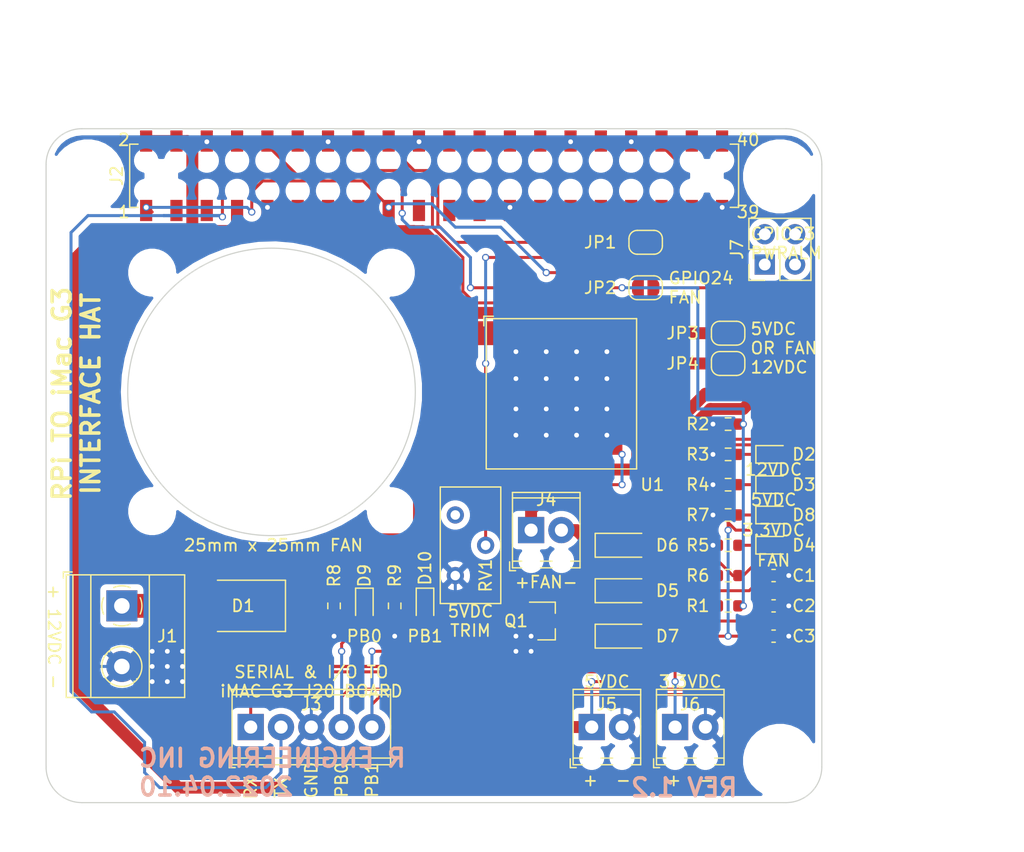
<source format=kicad_pcb>
(kicad_pcb (version 20171130) (host pcbnew "(5.1.10-1-10_14)")
  (title_block (title "Raspberry Pi Hat - iMac G3") (date 2022-04-10) (rev 1.2) (company "R Engineering Inc") (comment 1 https://reng.ca))
  (layers (0 F.Cu signal) (31 B.Cu signal) (34 B.Paste user) (35 F.Paste user) (36 B.SilkS user) (37 F.SilkS user) (38 B.Mask user) (39 F.Mask user) (44 Edge.Cuts user))
  (net 0 "")
  (net 1 GND)
  (net 2 +12V)
  (net 3 +5V)
  (net 4 +3V3)
  (net 5 "Net-(D1-Pad2)")
  (net 6 "Net-(D2-Pad1)")
  (net 7 "Net-(D3-Pad1)")
  (net 8 "Net-(D4-Pad2)")
  (net 9 "Net-(D4-Pad1)")
  (net 10 "Net-(D5-Pad1)")
  (net 11 "Net-(D5-Pad2)")
  (net 12 "Net-(D6-Pad2)")
  (net 13 "Net-(D7-Pad2)")
  (net 14 "Net-(D8-Pad1)")
  (net 15 "Net-(J2-Pad3)")
  (net 16 "Net-(J2-Pad5)")
  (net 17 "Net-(J2-Pad7)")
  (net 18 /RX_FROM_J20)
  (net 19 "Net-(J2-Pad10)")
  (net 20 "Net-(J2-Pad11)")
  (net 21 "Net-(J2-Pad12)")
  (net 22 "Net-(J2-Pad13)")
  (net 23 "Net-(J2-Pad15)")
  (net 24 "Net-(J2-Pad16)")
  (net 25 "Net-(J2-Pad18)")
  (net 26 "Net-(J2-Pad19)")
  (net 27 "Net-(J2-Pad21)")
  (net 28 "Net-(J2-Pad22)")
  (net 29 "Net-(J2-Pad23)")
  (net 30 "Net-(J2-Pad24)")
  (net 31 "Net-(J2-Pad26)")
  (net 32 "Net-(J2-Pad27)")
  (net 33 "Net-(J2-Pad28)")
  (net 34 "Net-(J2-Pad29)")
  (net 35 "Net-(J2-Pad31)")
  (net 36 "Net-(J2-Pad32)")
  (net 37 "Net-(J2-Pad33)")
  (net 38 "Net-(J2-Pad35)")
  (net 39 "Net-(J2-Pad38)")
  (net 40 "Net-(J2-Pad40)")
  (net 41 "/TX_FROM_J20_(5V)")
  (net 42 "Net-(JP1-Pad1)")
  (net 43 "Net-(Q1-Pad1)")
  (net 44 "Net-(U1-PadE2)")
  (net 45 "Net-(U1-PadE1)")
  (net 46 "Net-(U1-PadC1)")
  (net 47 "Net-(J7-Pad1)")
  (net 48 "Net-(J7-Pad2)")
  (net 49 "Net-(J7-Pad3)")
  (net 50 "Net-(J7-Pad4)")
  (net 51 "Net-(RV1-Pad1)")
  (net 52 "Net-(RV1-Pad2)")
  (net 53 /PB1_FROM_J20)
  (net 54 /PB0_FROM_J20)
  (net 55 "Net-(D9-Pad1)")
  (net 56 "Net-(D10-Pad1)")
  (module TerminalBlock_Phoenix:TerminalBlock_Phoenix_MPT-0,5-2-2.54_1x02_P2.54mm_Horizontal (layer F.Cu) (at 152.4 99.06)
    (fp_text reference J4 (at 1.27 -2.54) (layer F.SilkS))
    (fp_text value FAN)
    (pad 1 thru_hole rect (at 0 0) (size 2.2 2.2) (drill 1.1) (layers *.Cu *.Mask) (net 10 "Net-(D5-Pad1)"))
    (pad "" np_thru_hole circle (at 0 2.54) (size 1.1 1.1) (drill 1.1) (layers *.Cu *.Mask))
    (pad 2 thru_hole circle (at 2.54 0) (size 2.2 2.2) (drill 1.1) (layers *.Cu *.Mask) (net 13 "Net-(D7-Pad2)"))
    (pad "" np_thru_hole circle (at 2.54 2.54) (size 1.1 1.1) (drill 1.1) (layers *.Cu *.Mask))
  )
  (module MountingHole:MountingHole_3mm (layer F.Cu) (at 140.65 97.47)
    (fp_text reference " " (at 0 -4) (layer F.SilkS))
    (fp_text value MountingHole_3mm)
    (pad 1 np_thru_hole circle (at 0 0) (size 3 3) (drill 3) (layers *.Cu *.Mask))
  )
  (module MountingHole:MountingHole_3mm (layer F.Cu) (at 120.65 97.47)
    (fp_text reference " " (at 0 -4) (layer F.SilkS))
    (fp_text value MountingHole_3mm)
    (pad 1 np_thru_hole circle (at 0 0) (size 3 3) (drill 3) (layers *.Cu *.Mask))
  )
  (module MountingHole:MountingHole_3mm (layer F.Cu) (at 140.65 77.47)
    (fp_text reference " " (at 0 -4) (layer F.SilkS))
    (fp_text value MountingHole_3mm)
    (pad 1 np_thru_hole circle (at 0 0) (size 3 3) (drill 3) (layers *.Cu *.Mask))
  )
  (module MountingHole:MountingHole_3mm (layer F.Cu) (at 120.65 77.47)
    (fp_text reference " " (at 0 -4) (layer F.SilkS))
    (fp_text value MountingHole_3mm)
    (pad 1 np_thru_hole circle (at 0 0) (size 3 3) (drill 3) (layers *.Cu *.Mask))
  )
  (module RPi_Hat:RPi_Hat_Mounting_Hole (layer F.Cu) (at 173.26 69.405)
    (fp_text reference "" hide)
    (fp_text value "" hide)
    (pad "" np_thru_hole circle (at 0 0) (size 2.75 2.75) (drill 2.75) (layers *.Cu *.Mask) (clearance 1.725))
  )
  (module RPi_Hat:RPi_Hat_Mounting_Hole (layer F.Cu) (at 173.26 118.405)
    (fp_text reference "" hide)
    (fp_text value "" hide)
    (pad "" np_thru_hole circle (at 0 0) (size 2.75 2.75) (drill 2.75) (layers *.Cu *.Mask) (clearance 1.725))
  )
  (module RPi_Hat:RPi_Hat_Mounting_Hole (layer F.Cu) (at 115.26 118.405)
    (fp_text reference "" hide)
    (fp_text value "" hide)
    (pad "" np_thru_hole circle (at 0 0) (size 2.75 2.75) (drill 2.75) (layers *.Cu *.Mask) (clearance 1.725))
  )
  (module RPi_Hat:RPi_Hat_Mounting_Hole (layer F.Cu) (at 115.26 69.405)
    (fp_text reference "" hide)
    (fp_text value "" hide)
    (pad "" np_thru_hole circle (at 0 0) (size 2.75 2.75) (drill 2.75) (layers *.Cu *.Mask) (clearance 1.725))
  )
  (module Diode_SMD:D_SMB (layer F.Cu) (at 128.27 105.41 180)
    (fp_text reference D1 (at 0 0) (layer F.SilkS))
    (fp_text value "40V 3A")
    (pad 1 smd rect (at -2.15 0 180) (size 2.5 2.3) (layers F.Cu F.Paste F.Mask) (net 2 +12V))
    (pad 2 smd rect (at 2.15 0 180) (size 2.5 2.3) (layers F.Cu F.Paste F.Mask) (net 5 "Net-(D1-Pad2)"))
  )
  (module LED_SMD:LED_0603_1608Metric (layer F.Cu) (at 172.72 92.71)
    (fp_text reference D2 (at 2.54 0) (layer F.SilkS))
    (fp_text value 12VDC)
    (pad 1 smd roundrect (at -0.7875 0) (size 0.875 0.95) (layers F.Cu F.Paste F.Mask) (net 6 "Net-(D2-Pad1)"))
    (pad 2 smd roundrect (at 0.7875 0) (size 0.875 0.95) (layers F.Cu F.Paste F.Mask) (net 2 +12V))
  )
  (module LED_SMD:LED_0603_1608Metric (layer F.Cu) (at 172.72 95.25)
    (fp_text reference D3 (at 2.54 0) (layer F.SilkS))
    (fp_text value 5VDC)
    (pad 2 smd roundrect (at 0.7875 0) (size 0.875 0.95) (layers F.Cu F.Paste F.Mask) (net 3 +5V))
    (pad 1 smd roundrect (at -0.7875 0) (size 0.875 0.95) (layers F.Cu F.Paste F.Mask) (net 7 "Net-(D3-Pad1)"))
  )
  (module LED_SMD:LED_0603_1608Metric (layer F.Cu) (at 172.72 100.33)
    (fp_text reference D4 (at 2.54 0) (layer F.SilkS))
    (fp_text value FAN)
    (pad 2 smd roundrect (at 0.7875 0) (size 0.875 0.95) (layers F.Cu F.Paste F.Mask) (net 8 "Net-(D4-Pad2)"))
    (pad 1 smd roundrect (at -0.7875 0) (size 0.875 0.95) (layers F.Cu F.Paste F.Mask) (net 9 "Net-(D4-Pad1)"))
  )
  (module Diode_SMD:D_SOD-123 (layer F.Cu) (at 160.02 104.14)
    (fp_text reference D5 (at 3.81 0) (layer F.SilkS))
    (fp_text value "100V 150mA")
    (pad 1 smd rect (at -1.65 0) (size 0.9 1.2) (layers F.Cu F.Paste F.Mask) (net 10 "Net-(D5-Pad1)"))
    (pad 2 smd rect (at 1.65 0) (size 0.9 1.2) (layers F.Cu F.Paste F.Mask) (net 11 "Net-(D5-Pad2)"))
  )
  (module Diode_SMD:D_SOD-123 (layer F.Cu) (at 160.02 100.33)
    (fp_text reference D6 (at 3.81 0) (layer F.SilkS))
    (fp_text value "100V 150mA")
    (pad 2 smd rect (at 1.65 0) (size 0.9 1.2) (layers F.Cu F.Paste F.Mask) (net 12 "Net-(D6-Pad2)"))
    (pad 1 smd rect (at -1.65 0) (size 0.9 1.2) (layers F.Cu F.Paste F.Mask) (net 10 "Net-(D5-Pad1)"))
  )
  (module Diode_SMD:D_SOD-123 (layer F.Cu) (at 160.02 107.95)
    (fp_text reference D7 (at 3.81 0) (layer F.SilkS))
    (fp_text value "100V 150mA")
    (pad 1 smd rect (at -1.65 0) (size 0.9 1.2) (layers F.Cu F.Paste F.Mask) (net 10 "Net-(D5-Pad1)"))
    (pad 2 smd rect (at 1.65 0) (size 0.9 1.2) (layers F.Cu F.Paste F.Mask) (net 13 "Net-(D7-Pad2)"))
  )
  (module LED_SMD:LED_0603_1608Metric (layer F.Cu) (at 172.72 97.79)
    (fp_text reference D8 (at 2.54 0) (layer F.SilkS))
    (fp_text value 3.3VDC)
    (pad 1 smd roundrect (at -0.7875 0) (size 0.875 0.95) (layers F.Cu F.Paste F.Mask) (net 14 "Net-(D8-Pad1)"))
    (pad 2 smd roundrect (at 0.7875 0) (size 0.875 0.95) (layers F.Cu F.Paste F.Mask) (net 4 +3V3))
  )
  (module Jumper:SolderJumper-2_P1.3mm_Open_RoundedPad1.0x1.5mm (layer F.Cu) (at 162 74.93 180)
    (fp_text reference JP1 (at 3.81 0) (layer F.SilkS))
    (fp_text value "GPIO23 PWR STATUS")
    (pad 1 smd custom (at -0.65 0 180) (size 1 0.5) (layers F.Cu F.Mask) (net 42 "Net-(JP1-Pad1)") (options (clearance outline) (anchor rect)) (primitives (gr_circle (center 0 0.25) (end 0.5 0.25) (width 0)) (gr_circle (center 0 -0.25) (end 0.5 -0.25) (width 0)) (gr_poly (pts (xy 0 -0.75) (xy 0.5 -0.75) (xy 0.5 0.75) (xy 0 0.75)) (width 0))))
    (pad 2 smd custom (at 0.65 0 180) (size 1 0.5) (layers F.Cu F.Mask) (net 25 "Net-(J2-Pad18)") (options (clearance outline) (anchor rect)) (primitives (gr_circle (center 0 0.25) (end 0.5 0.25) (width 0)) (gr_circle (center 0 -0.25) (end 0.5 -0.25) (width 0)) (gr_poly (pts (xy 0 -0.75) (xy -0.5 -0.75) (xy -0.5 0.75) (xy 0 0.75)) (width 0))))
  )
  (module Jumper:SolderJumper-2_P1.3mm_Open_RoundedPad1.0x1.5mm (layer F.Cu) (at 162 78.74 180)
    (fp_text reference JP2 (at 3.81 0) (layer F.SilkS))
    (fp_text value "GPIO24 TO FAN")
    (pad 2 smd custom (at 0.65 0 180) (size 1 0.5) (layers F.Cu F.Mask) (net 24 "Net-(J2-Pad16)") (options (clearance outline) (anchor rect)) (primitives (gr_circle (center 0 0.25) (end 0.5 0.25) (width 0)) (gr_circle (center 0 -0.25) (end 0.5 -0.25) (width 0)) (gr_poly (pts (xy 0 -0.75) (xy -0.5 -0.75) (xy -0.5 0.75) (xy 0 0.75)) (width 0))))
    (pad 1 smd custom (at -0.65 0 180) (size 1 0.5) (layers F.Cu F.Mask) (net 8 "Net-(D4-Pad2)") (options (clearance outline) (anchor rect)) (primitives (gr_circle (center 0 0.25) (end 0.5 0.25) (width 0)) (gr_circle (center 0 -0.25) (end 0.5 -0.25) (width 0)) (gr_poly (pts (xy 0 -0.75) (xy 0.5 -0.75) (xy 0.5 0.75) (xy 0 0.75)) (width 0))))
  )
  (module Jumper:SolderJumper-2_P1.3mm_Open_RoundedPad1.0x1.5mm (layer F.Cu) (at 168.91 82.55)
    (fp_text reference JP3 (at -3.81 0) (layer F.SilkS))
    (fp_text value 5VDC)
    (pad 2 smd custom (at 0.65 0) (size 1 0.5) (layers F.Cu F.Mask) (net 11 "Net-(D5-Pad2)") (options (clearance outline) (anchor rect)) (primitives (gr_circle (center 0 0.25) (end 0.5 0.25) (width 0)) (gr_circle (center 0 -0.25) (end 0.5 -0.25) (width 0)) (gr_poly (pts (xy 0 -0.75) (xy -0.5 -0.75) (xy -0.5 0.75) (xy 0 0.75)) (width 0))))
    (pad 1 smd custom (at -0.65 0) (size 1 0.5) (layers F.Cu F.Mask) (net 3 +5V) (options (clearance outline) (anchor rect)) (primitives (gr_circle (center 0 0.25) (end 0.5 0.25) (width 0)) (gr_circle (center 0 -0.25) (end 0.5 -0.25) (width 0)) (gr_poly (pts (xy 0 -0.75) (xy 0.5 -0.75) (xy 0.5 0.75) (xy 0 0.75)) (width 0))))
  )
  (module Jumper:SolderJumper-2_P1.3mm_Open_RoundedPad1.0x1.5mm (layer F.Cu) (at 168.91 85.09)
    (fp_text reference JP4 (at -3.81 0) (layer F.SilkS))
    (fp_text value 12VDC)
    (pad 1 smd custom (at -0.65 0) (size 1 0.5) (layers F.Cu F.Mask) (net 2 +12V) (options (clearance outline) (anchor rect)) (primitives (gr_circle (center 0 0.25) (end 0.5 0.25) (width 0)) (gr_circle (center 0 -0.25) (end 0.5 -0.25) (width 0)) (gr_poly (pts (xy 0 -0.75) (xy 0.5 -0.75) (xy 0.5 0.75) (xy 0 0.75)) (width 0))))
    (pad 2 smd custom (at 0.65 0) (size 1 0.5) (layers F.Cu F.Mask) (net 12 "Net-(D6-Pad2)") (options (clearance outline) (anchor rect)) (primitives (gr_circle (center 0 0.25) (end 0.5 0.25) (width 0)) (gr_circle (center 0 -0.25) (end 0.5 -0.25) (width 0)) (gr_poly (pts (xy 0 -0.75) (xy -0.5 -0.75) (xy -0.5 0.75) (xy 0 0.75)) (width 0))))
  )
  (module Package_TO_SOT_SMD:SOT-23 (layer F.Cu) (at 153.67 106.68)
    (fp_text reference Q1 (at -2.54 0) (layer F.SilkS))
    (fp_text value BC817)
    (pad 1 smd rect (at -1 -0.95) (size 0.9 0.8) (layers F.Cu F.Paste F.Mask) (net 43 "Net-(Q1-Pad1)"))
    (pad 2 smd rect (at -1 0.95) (size 0.9 0.8) (layers F.Cu F.Paste F.Mask) (net 1 GND))
    (pad 3 smd rect (at 1 0) (size 0.9 0.8) (layers F.Cu F.Paste F.Mask) (net 13 "Net-(D7-Pad2)"))
  )
  (module Converter_DCDC:Converter_DCDC_RECOM_RPMx.x-x.0 (layer F.Cu) (at 154.94 87.63)
    (fp_text reference U1 (at 7.62 7.62) (layer F.SilkS))
    (fp_text value RPM5.0-3.0)
    (pad E5 smd rect (at 4.58 4.58) (size 1.06 1.06) (layers F.Cu F.Paste F.Mask) (net 52 "Net-(RV1-Pad2)"))
    (pad D5 smd rect (at 4.58 2.29) (size 1.06 1.06) (layers F.Cu F.Paste F.Mask) (net 1 GND))
    (pad C5 smd rect (at 4.58 0) (size 1.06 1.06) (layers F.Cu F.Paste F.Mask) (net 3 +5V))
    (pad B5 smd rect (at 4.58 -2.29) (size 1.06 1.06) (layers F.Cu F.Paste F.Mask) (net 3 +5V))
    (pad A5 smd rect (at 4.58 -4.58) (size 1.06 1.06) (layers F.Cu F.Paste F.Mask) (net 3 +5V))
    (pad E4 smd rect (at 2.29 4.58) (size 1.06 1.06) (layers F.Cu F.Paste F.Mask) (net 1 GND))
    (pad D4 smd rect (at 2.29 2.29) (size 1.06 1.06) (layers F.Cu F.Paste F.Mask) (net 1 GND))
    (pad C4 smd rect (at 2.29 0) (size 1.06 1.06) (layers F.Cu F.Paste F.Mask) (net 1 GND))
    (pad B4 smd rect (at 2.29 -2.29) (size 1.06 1.06) (layers F.Cu F.Paste F.Mask) (net 1 GND))
    (pad A4 smd rect (at 2.29 -4.58) (size 1.06 1.06) (layers F.Cu F.Paste F.Mask) (net 1 GND))
    (pad E3 smd rect (at 0 4.58) (size 1.06 1.06) (layers F.Cu F.Paste F.Mask) (net 1 GND))
    (pad D3 smd rect (at 0 2.29) (size 1.06 1.06) (layers F.Cu F.Paste F.Mask) (net 1 GND))
    (pad C3 smd rect (at 0 0) (size 1.06 1.06) (layers F.Cu F.Paste F.Mask) (net 1 GND))
    (pad B3 smd rect (at 0 -2.29) (size 1.06 1.06) (layers F.Cu F.Paste F.Mask) (net 1 GND))
    (pad A3 smd rect (at 0 -4.58) (size 1.06 1.06) (layers F.Cu F.Paste F.Mask) (net 1 GND))
    (pad E2 smd rect (at -2.29 4.58) (size 1.06 1.06) (layers F.Cu F.Paste F.Mask) (net 44 "Net-(U1-PadE2)"))
    (pad D2 smd rect (at -2.29 2.29) (size 1.06 1.06) (layers F.Cu F.Paste F.Mask) (net 1 GND))
    (pad C2 smd rect (at -2.29 0) (size 1.06 1.06) (layers F.Cu F.Paste F.Mask) (net 1 GND))
    (pad B2 smd rect (at -2.29 -2.29) (size 1.06 1.06) (layers F.Cu F.Paste F.Mask) (net 1 GND))
    (pad A2 smd rect (at -2.29 -4.58) (size 1.06 1.06) (layers F.Cu F.Paste F.Mask) (net 2 +12V))
    (pad E1 smd rect (at -4.58 4.58) (size 1.06 1.06) (layers F.Cu F.Paste F.Mask) (net 45 "Net-(U1-PadE1)"))
    (pad D1 smd rect (at -4.58 2.29) (size 1.06 1.06) (layers F.Cu F.Paste F.Mask) (net 42 "Net-(JP1-Pad1)"))
    (pad C1 smd rect (at -4.58 0) (size 1.06 1.06) (layers F.Cu F.Paste F.Mask) (net 46 "Net-(U1-PadC1)"))
    (pad B1 smd rect (at -4.58 -2.29) (size 1.06 1.06) (layers F.Cu F.Paste F.Mask) (net 1 GND))
    (pad A1 smd rect (at -4.58 -4.58) (size 1.06 1.06) (layers F.Cu F.Paste F.Mask) (net 2 +12V))
  )
  (module TerminalBlock_Phoenix:TerminalBlock_Phoenix_MKDS-1,5-2-5.08_1x02_P5.08mm_Horizontal (layer F.Cu) (at 118.11 105.41 270)
    (fp_text reference J1 (at 2.54 -3.81) (layer F.SilkS))
    (fp_text value "12VDC IN")
    (pad 1 thru_hole rect (at 0 0 270) (size 2.6 2.6) (drill 1.3) (layers *.Cu *.Mask) (net 5 "Net-(D1-Pad2)"))
    (pad 2 thru_hole circle (at 5.08 0 270) (size 2.6 2.6) (drill 1.3) (layers *.Cu *.Mask) (net 1 GND))
  )
  (module Capacitor_SMD:C_0603_1608Metric (layer F.Cu) (at 172.72 102.87)
    (fp_text reference C1 (at 2.54 0) (layer F.SilkS))
    (fp_text value "10uF 25V")
    (pad 1 smd roundrect (at -0.775 0) (size 0.9 0.95) (layers F.Cu F.Paste F.Mask) (net 2 +12V))
    (pad 2 smd roundrect (at 0.775 0) (size 0.9 0.95) (layers F.Cu F.Paste F.Mask) (net 1 GND))
  )
  (module Capacitor_SMD:C_0603_1608Metric (layer F.Cu) (at 172.72 105.41)
    (fp_text reference C2 (at 2.54 0) (layer F.SilkS))
    (fp_text value "22uF 10V")
    (pad 2 smd roundrect (at 0.775 0) (size 0.9 0.95) (layers F.Cu F.Paste F.Mask) (net 1 GND))
    (pad 1 smd roundrect (at -0.775 0) (size 0.9 0.95) (layers F.Cu F.Paste F.Mask) (net 3 +5V))
  )
  (module Capacitor_SMD:C_0603_1608Metric (layer F.Cu) (at 172.72 107.95)
    (fp_text reference C3 (at 2.54 0) (layer F.SilkS))
    (fp_text value "22uF 10V")
    (pad 1 smd roundrect (at -0.775 0) (size 0.9 0.95) (layers F.Cu F.Paste F.Mask) (net 4 +3V3))
    (pad 2 smd roundrect (at 0.775 0) (size 0.9 0.95) (layers F.Cu F.Paste F.Mask) (net 1 GND))
  )
  (module Resistor_SMD:R_0603_1608Metric (layer F.Cu) (at 168.91 105.41)
    (fp_text reference R1 (at -2.54 0) (layer F.SilkS))
    (fp_text value 1K0)
    (pad 2 smd roundrect (at 0.825 0) (size 0.8 0.95) (layers F.Cu F.Paste F.Mask) (net 19 "Net-(J2-Pad10)"))
    (pad 1 smd roundrect (at -0.825 0) (size 0.8 0.95) (layers F.Cu F.Paste F.Mask) (net 41 "/TX_FROM_J20_(5V)"))
  )
  (module Resistor_SMD:R_0603_1608Metric (layer F.Cu) (at 168.91 90.17 180)
    (fp_text reference R2 (at 2.54 0) (layer F.SilkS))
    (fp_text value 2K0)
    (pad 1 smd roundrect (at -0.825 0 180) (size 0.8 0.95) (layers F.Cu F.Paste F.Mask) (net 19 "Net-(J2-Pad10)"))
    (pad 2 smd roundrect (at 0.825 0 180) (size 0.8 0.95) (layers F.Cu F.Paste F.Mask) (net 1 GND))
  )
  (module Resistor_SMD:R_0603_1608Metric (layer F.Cu) (at 168.91 92.71 180)
    (fp_text reference R3 (at 2.54 0) (layer F.SilkS))
    (fp_text value 2K0)
    (pad 1 smd roundrect (at -0.825 0 180) (size 0.8 0.95) (layers F.Cu F.Paste F.Mask) (net 6 "Net-(D2-Pad1)"))
    (pad 2 smd roundrect (at 0.825 0 180) (size 0.8 0.95) (layers F.Cu F.Paste F.Mask) (net 1 GND))
  )
  (module Resistor_SMD:R_0603_1608Metric (layer F.Cu) (at 168.91 95.25 180)
    (fp_text reference R4 (at 2.54 0) (layer F.SilkS))
    (fp_text value 470)
    (pad 2 smd roundrect (at 0.825 0 180) (size 0.8 0.95) (layers F.Cu F.Paste F.Mask) (net 1 GND))
    (pad 1 smd roundrect (at -0.825 0 180) (size 0.8 0.95) (layers F.Cu F.Paste F.Mask) (net 7 "Net-(D3-Pad1)"))
  )
  (module Resistor_SMD:R_0603_1608Metric (layer F.Cu) (at 168.91 100.33 180)
    (fp_text reference R5 (at 2.54 0) (layer F.SilkS))
    (fp_text value 220)
    (pad 2 smd roundrect (at 0.825 0 180) (size 0.8 0.95) (layers F.Cu F.Paste F.Mask) (net 1 GND))
    (pad 1 smd roundrect (at -0.825 0 180) (size 0.8 0.95) (layers F.Cu F.Paste F.Mask) (net 9 "Net-(D4-Pad1)"))
  )
  (module Resistor_SMD:R_0603_1608Metric (layer F.Cu) (at 168.91 102.87)
    (fp_text reference R6 (at -2.54 0) (layer F.SilkS))
    (fp_text value 470)
    (pad 1 smd roundrect (at -0.825 0) (size 0.8 0.95) (layers F.Cu F.Paste F.Mask) (net 43 "Net-(Q1-Pad1)"))
    (pad 2 smd roundrect (at 0.825 0) (size 0.8 0.95) (layers F.Cu F.Paste F.Mask) (net 8 "Net-(D4-Pad2)"))
  )
  (module Resistor_SMD:R_0603_1608Metric (layer F.Cu) (at 168.91 97.79 180)
    (fp_text reference R7 (at 2.54 0) (layer F.SilkS))
    (fp_text value 220)
    (pad 1 smd roundrect (at -0.825 0 180) (size 0.8 0.95) (layers F.Cu F.Paste F.Mask) (net 14 "Net-(D8-Pad1)"))
    (pad 2 smd roundrect (at 0.825 0 180) (size 0.8 0.95) (layers F.Cu F.Paste F.Mask) (net 1 GND))
  )
  (module Rudy:Harwin_M20-7812045_2x20_P2.54mm_Vertical_rpi (layer F.Cu) (at 144.275 69.35 90)
    (fp_text reference J2 (at 0 -26.6 90) (layer F.SilkS))
    (fp_text value RPi)
    (pad "" np_thru_hole circle (at 0 -22.86 90) (size 1.8 1.8) (drill 1.8) (layers *.Cu *.Mask))
    (pad "" np_thru_hole circle (at 0 22.86 90) (size 1.8 1.8) (drill 1.8) (layers *.Cu *.Mask))
    (pad "" np_thru_hole circle (at -1.27 -24.13 90) (size 1.02 1.02) (drill 1.02) (layers *.Cu *.Mask))
    (pad "" np_thru_hole circle (at -1.27 -21.59 90) (size 1.02 1.02) (drill 1.02) (layers *.Cu *.Mask))
    (pad "" np_thru_hole circle (at -1.27 -19.05 90) (size 1.02 1.02) (drill 1.02) (layers *.Cu *.Mask))
    (pad "" np_thru_hole circle (at -1.27 -16.51 90) (size 1.02 1.02) (drill 1.02) (layers *.Cu *.Mask))
    (pad "" np_thru_hole circle (at -1.27 -13.97 90) (size 1.02 1.02) (drill 1.02) (layers *.Cu *.Mask))
    (pad "" np_thru_hole circle (at -1.27 -11.43 90) (size 1.02 1.02) (drill 1.02) (layers *.Cu *.Mask))
    (pad "" np_thru_hole circle (at -1.27 -8.89 90) (size 1.02 1.02) (drill 1.02) (layers *.Cu *.Mask))
    (pad "" np_thru_hole circle (at -1.27 -6.35 90) (size 1.02 1.02) (drill 1.02) (layers *.Cu *.Mask))
    (pad "" np_thru_hole circle (at -1.27 -3.81 90) (size 1.02 1.02) (drill 1.02) (layers *.Cu *.Mask))
    (pad "" np_thru_hole circle (at -1.27 -1.27 90) (size 1.02 1.02) (drill 1.02) (layers *.Cu *.Mask))
    (pad "" np_thru_hole circle (at -1.27 1.27 90) (size 1.02 1.02) (drill 1.02) (layers *.Cu *.Mask))
    (pad "" np_thru_hole circle (at -1.27 3.81 90) (size 1.02 1.02) (drill 1.02) (layers *.Cu *.Mask))
    (pad "" np_thru_hole circle (at -1.27 6.35 90) (size 1.02 1.02) (drill 1.02) (layers *.Cu *.Mask))
    (pad "" np_thru_hole circle (at -1.27 8.89 90) (size 1.02 1.02) (drill 1.02) (layers *.Cu *.Mask))
    (pad "" np_thru_hole circle (at -1.27 11.43 90) (size 1.02 1.02) (drill 1.02) (layers *.Cu *.Mask))
    (pad "" np_thru_hole circle (at -1.27 13.97 90) (size 1.02 1.02) (drill 1.02) (layers *.Cu *.Mask))
    (pad "" np_thru_hole circle (at -1.27 16.51 90) (size 1.02 1.02) (drill 1.02) (layers *.Cu *.Mask))
    (pad "" np_thru_hole circle (at -1.27 19.05 90) (size 1.02 1.02) (drill 1.02) (layers *.Cu *.Mask))
    (pad "" np_thru_hole circle (at -1.27 21.59 90) (size 1.02 1.02) (drill 1.02) (layers *.Cu *.Mask))
    (pad "" np_thru_hole circle (at -1.27 24.13 90) (size 1.02 1.02) (drill 1.02) (layers *.Cu *.Mask))
    (pad "" np_thru_hole circle (at 1.27 -24.13 90) (size 1.02 1.02) (drill 1.02) (layers *.Cu *.Mask))
    (pad "" np_thru_hole circle (at 1.27 -21.59 90) (size 1.02 1.02) (drill 1.02) (layers *.Cu *.Mask))
    (pad "" np_thru_hole circle (at 1.27 -19.05 90) (size 1.02 1.02) (drill 1.02) (layers *.Cu *.Mask))
    (pad "" np_thru_hole circle (at 1.27 -16.51 90) (size 1.02 1.02) (drill 1.02) (layers *.Cu *.Mask))
    (pad "" np_thru_hole circle (at 1.27 -13.97 90) (size 1.02 1.02) (drill 1.02) (layers *.Cu *.Mask))
    (pad "" np_thru_hole circle (at 1.27 -11.43 90) (size 1.02 1.02) (drill 1.02) (layers *.Cu *.Mask))
    (pad "" np_thru_hole circle (at 1.27 -8.89 90) (size 1.02 1.02) (drill 1.02) (layers *.Cu *.Mask))
    (pad "" np_thru_hole circle (at 1.27 -6.35 90) (size 1.02 1.02) (drill 1.02) (layers *.Cu *.Mask))
    (pad "" np_thru_hole circle (at 1.27 -3.81 90) (size 1.02 1.02) (drill 1.02) (layers *.Cu *.Mask))
    (pad "" np_thru_hole circle (at 1.27 -1.27 90) (size 1.02 1.02) (drill 1.02) (layers *.Cu *.Mask))
    (pad "" np_thru_hole circle (at 1.27 1.27 90) (size 1.02 1.02) (drill 1.02) (layers *.Cu *.Mask))
    (pad "" np_thru_hole circle (at 1.27 3.81 90) (size 1.02 1.02) (drill 1.02) (layers *.Cu *.Mask))
    (pad "" np_thru_hole circle (at 1.27 6.35 90) (size 1.02 1.02) (drill 1.02) (layers *.Cu *.Mask))
    (pad "" np_thru_hole circle (at 1.27 8.89 90) (size 1.02 1.02) (drill 1.02) (layers *.Cu *.Mask))
    (pad "" np_thru_hole circle (at 1.27 11.43 90) (size 1.02 1.02) (drill 1.02) (layers *.Cu *.Mask))
    (pad "" np_thru_hole circle (at 1.27 13.97 90) (size 1.02 1.02) (drill 1.02) (layers *.Cu *.Mask))
    (pad "" np_thru_hole circle (at 1.27 16.51 90) (size 1.02 1.02) (drill 1.02) (layers *.Cu *.Mask))
    (pad "" np_thru_hole circle (at 1.27 19.05 90) (size 1.02 1.02) (drill 1.02) (layers *.Cu *.Mask))
    (pad "" np_thru_hole circle (at 1.27 21.59 90) (size 1.02 1.02) (drill 1.02) (layers *.Cu *.Mask))
    (pad "" np_thru_hole circle (at 1.27 24.13 90) (size 1.02 1.02) (drill 1.02) (layers *.Cu *.Mask))
    (pad 1 smd rect (at -2.91 -24.13 90) (size 1.78 1.02) (layers F.Cu F.Paste F.Mask) (net 4 +3V3))
    (pad 3 smd rect (at -2.91 -21.59 90) (size 1.78 1.02) (layers F.Cu F.Paste F.Mask) (net 15 "Net-(J2-Pad3)"))
    (pad 5 smd rect (at -2.91 -19.05 90) (size 1.78 1.02) (layers F.Cu F.Paste F.Mask) (net 16 "Net-(J2-Pad5)"))
    (pad 7 smd rect (at -2.91 -16.51 90) (size 1.78 1.02) (layers F.Cu F.Paste F.Mask) (net 17 "Net-(J2-Pad7)"))
    (pad 9 smd rect (at -2.91 -13.97 90) (size 1.78 1.02) (layers F.Cu F.Paste F.Mask) (net 1 GND))
    (pad 11 smd rect (at -2.91 -11.43 90) (size 1.78 1.02) (layers F.Cu F.Paste F.Mask) (net 20 "Net-(J2-Pad11)"))
    (pad 13 smd rect (at -2.91 -8.89 90) (size 1.78 1.02) (layers F.Cu F.Paste F.Mask) (net 22 "Net-(J2-Pad13)"))
    (pad 15 smd rect (at -2.91 -6.35 90) (size 1.78 1.02) (layers F.Cu F.Paste F.Mask) (net 23 "Net-(J2-Pad15)"))
    (pad 17 smd rect (at -2.91 -3.81 90) (size 1.78 1.02) (layers F.Cu F.Paste F.Mask) (net 4 +3V3))
    (pad 19 smd rect (at -2.91 -1.27 90) (size 1.78 1.02) (layers F.Cu F.Paste F.Mask) (net 26 "Net-(J2-Pad19)"))
    (pad 21 smd rect (at -2.91 1.27 90) (size 1.78 1.02) (layers F.Cu F.Paste F.Mask) (net 27 "Net-(J2-Pad21)"))
    (pad 23 smd rect (at -2.91 3.81 90) (size 1.78 1.02) (layers F.Cu F.Paste F.Mask) (net 29 "Net-(J2-Pad23)"))
    (pad 25 smd rect (at -2.91 6.35 90) (size 1.78 1.02) (layers F.Cu F.Paste F.Mask) (net 1 GND))
    (pad 27 smd rect (at -2.91 8.89 90) (size 1.78 1.02) (layers F.Cu F.Paste F.Mask) (net 32 "Net-(J2-Pad27)"))
    (pad 29 smd rect (at -2.91 11.43 90) (size 1.78 1.02) (layers F.Cu F.Paste F.Mask) (net 34 "Net-(J2-Pad29)"))
    (pad 31 smd rect (at -2.91 13.97 90) (size 1.78 1.02) (layers F.Cu F.Paste F.Mask) (net 35 "Net-(J2-Pad31)"))
    (pad 33 smd rect (at -2.91 16.51 90) (size 1.78 1.02) (layers F.Cu F.Paste F.Mask) (net 37 "Net-(J2-Pad33)"))
    (pad 35 smd rect (at -2.91 19.05 90) (size 1.78 1.02) (layers F.Cu F.Paste F.Mask) (net 38 "Net-(J2-Pad35)"))
    (pad 37 smd rect (at -2.91 21.59 90) (size 1.78 1.02) (layers F.Cu F.Paste F.Mask) (net 53 /PB1_FROM_J20))
    (pad 39 smd rect (at -2.91 24.13 90) (size 1.78 1.02) (layers F.Cu F.Paste F.Mask) (net 1 GND))
    (pad 2 smd rect (at 2.91 -24.13 90) (size 1.78 1.02) (layers F.Cu F.Paste F.Mask) (net 3 +5V))
    (pad 4 smd rect (at 2.91 -21.59 90) (size 1.78 1.02) (layers F.Cu F.Paste F.Mask) (net 3 +5V))
    (pad 6 smd rect (at 2.91 -19.05 90) (size 1.78 1.02) (layers F.Cu F.Paste F.Mask) (net 1 GND))
    (pad 8 smd rect (at 2.91 -16.51 90) (size 1.78 1.02) (layers F.Cu F.Paste F.Mask) (net 18 /RX_FROM_J20))
    (pad 10 smd rect (at 2.91 -13.97 90) (size 1.78 1.02) (layers F.Cu F.Paste F.Mask) (net 19 "Net-(J2-Pad10)"))
    (pad 12 smd rect (at 2.91 -11.43 90) (size 1.78 1.02) (layers F.Cu F.Paste F.Mask) (net 21 "Net-(J2-Pad12)"))
    (pad 14 smd rect (at 2.91 -8.89 90) (size 1.78 1.02) (layers F.Cu F.Paste F.Mask) (net 1 GND))
    (pad 16 smd rect (at 2.91 -6.35 90) (size 1.78 1.02) (layers F.Cu F.Paste F.Mask) (net 24 "Net-(J2-Pad16)"))
    (pad 18 smd rect (at 2.91 -3.81 90) (size 1.78 1.02) (layers F.Cu F.Paste F.Mask) (net 25 "Net-(J2-Pad18)"))
    (pad 20 smd rect (at 2.91 -1.27 90) (size 1.78 1.02) (layers F.Cu F.Paste F.Mask) (net 1 GND))
    (pad 22 smd rect (at 2.91 1.27 90) (size 1.78 1.02) (layers F.Cu F.Paste F.Mask) (net 28 "Net-(J2-Pad22)"))
    (pad 24 smd rect (at 2.91 3.81 90) (size 1.78 1.02) (layers F.Cu F.Paste F.Mask) (net 30 "Net-(J2-Pad24)"))
    (pad 26 smd rect (at 2.91 6.35 90) (size 1.78 1.02) (layers F.Cu F.Paste F.Mask) (net 31 "Net-(J2-Pad26)"))
    (pad 28 smd rect (at 2.91 8.89 90) (size 1.78 1.02) (layers F.Cu F.Paste F.Mask) (net 33 "Net-(J2-Pad28)"))
    (pad 30 smd rect (at 2.91 11.43 90) (size 1.78 1.02) (layers F.Cu F.Paste F.Mask) (net 1 GND))
    (pad 32 smd rect (at 2.91 13.97 90) (size 1.78 1.02) (layers F.Cu F.Paste F.Mask) (net 36 "Net-(J2-Pad32)"))
    (pad 34 smd rect (at 2.91 16.51 90) (size 1.78 1.02) (layers F.Cu F.Paste F.Mask) (net 1 GND))
    (pad 36 smd rect (at 2.91 19.05 90) (size 1.78 1.02) (layers F.Cu F.Paste F.Mask) (net 54 /PB0_FROM_J20))
    (pad 38 smd rect (at 2.91 21.59 90) (size 1.78 1.02) (layers F.Cu F.Paste F.Mask) (net 39 "Net-(J2-Pad38)"))
    (pad 40 smd rect (at 2.91 24.13 90) (size 1.78 1.02) (layers F.Cu F.Paste F.Mask) (net 40 "Net-(J2-Pad40)"))
  )
  (module Connector_PinHeader_2.54mm:PinHeader_2x02_P2.54mm_Vertical (layer F.Cu) (at 171.98 76.79 90)
    (fp_text reference J7 (at 1.27 -2.33 90) (layer F.SilkS))
    (fp_text value "RPi POE Header")
    (pad 1 thru_hole rect (at 0 0 90) (size 1.7 1.7) (drill 1) (layers *.Cu *.Mask) (net 47 "Net-(J7-Pad1)"))
    (pad 2 thru_hole oval (at 2.54 0 90) (size 1.7 1.7) (drill 1) (layers *.Cu *.Mask) (net 48 "Net-(J7-Pad2)"))
    (pad 3 thru_hole oval (at 0 2.54 90) (size 1.7 1.7) (drill 1) (layers *.Cu *.Mask) (net 49 "Net-(J7-Pad3)"))
    (pad 4 thru_hole oval (at 2.54 2.54 90) (size 1.7 1.7) (drill 1) (layers *.Cu *.Mask) (net 50 "Net-(J7-Pad4)"))
  )
  (module Potentiometer_THT:Potentiometer_Bourns_3296Y_Vertical (layer F.Cu) (at 146.05 97.79 90)
    (fp_text reference RV1 (at -5.08 2.54 90) (layer F.SilkS))
    (fp_text value 5M0)
    (pad 1 thru_hole circle (at 0 0 90) (size 1.44 1.44) (drill 0.8) (layers *.Cu *.Mask) (net 51 "Net-(RV1-Pad1)"))
    (pad 2 thru_hole circle (at -2.54 2.54 90) (size 1.44 1.44) (drill 0.8) (layers *.Cu *.Mask) (net 52 "Net-(RV1-Pad2)"))
    (pad 3 thru_hole circle (at -5.08 0 90) (size 1.44 1.44) (drill 0.8) (layers *.Cu *.Mask) (net 1 GND))
  )
  (module LED_SMD:LED_0603_1608Metric (layer F.Cu) (at 138.43 105.41 270)
    (fp_text reference D9 (at -2.54 0 90) (layer F.SilkS))
    (fp_text value 3.3VDC)
    (pad 1 smd roundrect (at -0.7875 0 270) (size 0.875 0.95) (layers F.Cu F.Paste F.Mask) (net 55 "Net-(D9-Pad1)"))
    (pad 2 smd roundrect (at 0.7875 0 270) (size 0.875 0.95) (layers F.Cu F.Paste F.Mask) (net 54 /PB0_FROM_J20))
  )
  (module LED_SMD:LED_0603_1608Metric (layer F.Cu) (at 143.51 105.41 270)
    (fp_text reference D10 (at -3.175 0 90) (layer F.SilkS))
    (fp_text value 3.3VDC)
    (pad 2 smd roundrect (at 0.7875 0 270) (size 0.875 0.95) (layers F.Cu F.Paste F.Mask) (net 53 /PB1_FROM_J20))
    (pad 1 smd roundrect (at -0.7875 0 270) (size 0.875 0.95) (layers F.Cu F.Paste F.Mask) (net 56 "Net-(D10-Pad1)"))
  )
  (module Resistor_SMD:R_0603_1608Metric (layer F.Cu) (at 135.89 105.41 270)
    (fp_text reference R8 (at -2.54 0 90) (layer F.SilkS))
    (fp_text value 220)
    (pad 1 smd roundrect (at -0.825 0 270) (size 0.8 0.95) (layers F.Cu F.Paste F.Mask) (net 55 "Net-(D9-Pad1)"))
    (pad 2 smd roundrect (at 0.825 0 270) (size 0.8 0.95) (layers F.Cu F.Paste F.Mask) (net 1 GND))
  )
  (module Resistor_SMD:R_0603_1608Metric (layer F.Cu) (at 140.97 105.41 270)
    (fp_text reference R9 (at -2.54 0 90) (layer F.SilkS))
    (fp_text value 220)
    (pad 2 smd roundrect (at 0.825 0 270) (size 0.8 0.95) (layers F.Cu F.Paste F.Mask) (net 1 GND))
    (pad 1 smd roundrect (at -0.825 0 270) (size 0.8 0.95) (layers F.Cu F.Paste F.Mask) (net 56 "Net-(D10-Pad1)"))
  )
  (module TerminalBlock_Phoenix:TerminalBlock_Phoenix_MPT-0,5-5-2.54_1x05_P2.54mm_Horizontal (layer F.Cu) (at 128.905 115.57)
    (fp_text reference J3 (at 5.08 -1.905) (layer F.SilkS))
    (fp_text value "SERIAL TO iMAC G3 J20 BOARD")
    (pad 1 thru_hole rect (at 0 0) (size 2.2 2.2) (drill 1.1) (layers *.Cu *.Mask) (net 41 "/TX_FROM_J20_(5V)"))
    (pad 2 thru_hole circle (at 2.54 0) (size 2.2 2.2) (drill 1.1) (layers *.Cu *.Mask) (net 18 /RX_FROM_J20))
    (pad 3 thru_hole circle (at 5.08 0) (size 2.2 2.2) (drill 1.1) (layers *.Cu *.Mask) (net 1 GND))
    (pad 4 thru_hole circle (at 7.62 0) (size 2.2 2.2) (drill 1.1) (layers *.Cu *.Mask) (net 54 /PB0_FROM_J20))
    (pad 5 thru_hole circle (at 10.16 0) (size 2.2 2.2) (drill 1.1) (layers *.Cu *.Mask) (net 53 /PB1_FROM_J20))
  )
  (module TerminalBlock_Phoenix:TerminalBlock_Phoenix_MPT-0,5-2-2.54_1x02_P2.54mm_Horizontal (layer F.Cu) (at 157.48 115.57)
    (fp_text reference J5 (at 1.27 -1.905) (layer F.SilkS))
    (fp_text value "5VDC OUT")
    (pad 1 thru_hole rect (at 0 0) (size 2.2 2.2) (drill 1.1) (layers *.Cu *.Mask) (net 3 +5V))
    (pad "" np_thru_hole circle (at 0 2.54) (size 1.1 1.1) (drill 1.1) (layers *.Cu *.Mask))
    (pad 2 thru_hole circle (at 2.54 0) (size 2.2 2.2) (drill 1.1) (layers *.Cu *.Mask) (net 1 GND))
    (pad "" np_thru_hole circle (at 2.54 2.54) (size 1.1 1.1) (drill 1.1) (layers *.Cu *.Mask))
  )
  (module TerminalBlock_Phoenix:TerminalBlock_Phoenix_MPT-0,5-2-2.54_1x02_P2.54mm_Horizontal (layer F.Cu) (at 164.465 115.57)
    (fp_text reference J6 (at 1.27 -1.905) (layer F.SilkS))
    (fp_text value "3.3V DC OUT")
    (pad "" np_thru_hole circle (at 2.54 2.54) (size 1.1 1.1) (drill 1.1) (layers *.Cu *.Mask))
    (pad 2 thru_hole circle (at 2.54 0) (size 2.2 2.2) (drill 1.1) (layers *.Cu *.Mask) (net 1 GND))
    (pad "" np_thru_hole circle (at 0 2.54) (size 1.1 1.1) (drill 1.1) (layers *.Cu *.Mask))
    (pad 1 thru_hole rect (at 0 0) (size 2.2 2.2) (drill 1.1) (layers *.Cu *.Mask) (net 4 +3V3))
  )
  (gr_text PB0 (at 138.43 107.95) (layer F.SilkS) (effects (font (size 1 1))))
  (gr_text PB1 (at 143.51 107.95) (layer F.SilkS) (effects (font (size 1 1))))
  (gr_text 5VDC (at 158.75 111.76) (layer F.SilkS) (effects (font (size 1 1))))
  (gr_text "+  -" (at 165.735 120.015) (layer F.SilkS) (effects (font (size 1 1))))
  (gr_text RX (at 128.905 120.65 90) (layer F.SilkS) (effects (font (size 1 1))))
  (gr_text TX (at 131.445 120.65 90) (layer F.SilkS) (effects (font (size 1 1))))
  (gr_text GND (at 133.985 120.015 90) (layer F.SilkS) (effects (font (size 1 1))))
  (gr_text PB0 (at 136.525 120.015 90) (layer F.SilkS) (effects (font (size 1 1))))
  (gr_text "SERIAL & I/O TO\niMAC G3 J20 BOARD" (at 133.985 111.76) (layer F.SilkS) (effects (font (size 1 1))))
  (gr_text 12VDC (at 172.72 93.98) (layer F.SilkS) (effects (font (size 1 1))))
  (gr_text "5VDC\nTRIM" (at 147.32 106.68) (layer F.SilkS) (effects (font (size 1 1))))
  (gr_text PB1 (at 139.065 120.015 90) (layer F.SilkS) (effects (font (size 1 1))))
  (gr_text +FAN- (at 153.67 103.42) (layer F.SilkS) (effects (font (size 1 1))))
  (gr_text "+ 12VDC -   " (at 112.43 109.15 -90) (layer F.SilkS) (effects (font (size 1 1))))
  (gr_text 40 (at 170.58 66.34) (layer F.SilkS) (effects (font (size 1 1))))
  (gr_text 39 (at 170.58 72.39) (layer F.SilkS) (effects (font (size 1 1))))
  (gr_text 2 (at 118.28 66.34) (layer F.SilkS) (effects (font (size 1 1))))
  (gr_text 1 (at 118.28 72.39) (layer F.SilkS) (effects (font (size 1 1))))
  (gr_text "25mm x 25mm FAN" (at 130.81 100.33) (layer F.SilkS) (effects (font (size 1 1))))
  (gr_text "RPi TO iMac G3\nINTERFACE HAT" (at 114.3 87.63 90) (layer F.SilkS) (effects (font (size 1.5 1.5) (thickness 0.3))))
  (gr_text "GPIO24\nFAN" (at 163.83 78.74) (layer F.SilkS) (effects (font (size 1 1)) (justify left)))
  (gr_text 3.3VDC (at 165.735 111.76) (layer F.SilkS) (effects (font (size 1 1))))
  (gr_text "+  -" (at 158.75 120.015) (layer F.SilkS) (effects (font (size 1 1))))
  (gr_text "5VDC\nOR FAN\n12VDC" (at 170.7 83.8) (layer F.SilkS) (effects (font (size 1 1)) (justify left)))
  (gr_text "GPIO23\nPWRALM" (at 170.7 75.03) (layer F.SilkS) (effects (font (size 1 1)) (justify left)))
  (gr_text FAN (at 172.72 101.6) (layer F.SilkS) (effects (font (size 1 1))))
  (gr_text 3.3VDC (at 172.72 99.06) (layer F.SilkS) (effects (font (size 1 1))))
  (gr_text 5VDC (at 172.72 96.52) (layer F.SilkS) (effects (font (size 1 1))))
  (gr_circle (center 130.65 87.47) (end 142.7 87.47) (layer Edge.Cuts) (width 0.1))
  (gr_text "R ENGINEERING INC\n2022.04.10" (at 119.38 119.38) (layer B.SilkS) (effects (font (size 1.5 1.5) (thickness 0.3)) (justify right mirror)))
  (gr_text "REV 1.2" (at 165.227 120.65) (layer B.SilkS) (effects (font (size 1.5 1.5) (thickness 0.3)) (justify mirror)))
  (gr_arc (start 173.76 118.905) (end 176.76 118.905) (angle 90) (layer Edge.Cuts) (width 0.1))
  (gr_arc (start 114.76 118.905) (end 114.76 121.905) (angle 90) (layer Edge.Cuts) (width 0.1))
  (gr_arc (start 114.76 68.405) (end 111.76 68.405) (angle 90) (layer Edge.Cuts) (width 0.1))
  (gr_arc (start 173.76 68.405) (end 173.76 65.405) (angle 90) (layer Edge.Cuts) (width 0.1))
  (gr_line (start 111.76 68.405) (end 111.76 118.905) (layer Edge.Cuts) (width 0.1))
  (gr_line (start 114.76 121.905) (end 173.76 121.905) (angle 90) (layer Edge.Cuts) (width 0.1))
  (gr_line (start 176.76 68.405) (end 176.76 118.905) (angle 90) (layer Edge.Cuts) (width 0.1))
  (gr_line (start 114.76 65.405) (end 173.76 65.405) (angle 90) (layer Edge.Cuts) (width 0.1))
  (via (at 120.65 109.22) (size 0.6) (drill 0.4) (layers F.Cu B.Cu) (net 1))
  (via (at 121.92 109.22) (size 0.6) (drill 0.4) (layers F.Cu B.Cu) (net 1))
  (via (at 123.19 109.22) (size 0.6) (drill 0.4) (layers F.Cu B.Cu) (net 1))
  (via (at 123.19 110.49) (size 0.6) (drill 0.4) (layers F.Cu B.Cu) (net 1))
  (via (at 121.92 110.49) (size 0.6) (drill 0.4) (layers F.Cu B.Cu) (net 1))
  (via (at 120.65 110.49) (size 0.6) (drill 0.4) (layers F.Cu B.Cu) (net 1))
  (via (at 120.65 111.76) (size 0.6) (drill 0.4) (layers F.Cu B.Cu) (net 1))
  (via (at 121.92 111.76) (size 0.6) (drill 0.4) (layers F.Cu B.Cu) (net 1))
  (via (at 123.19 111.76) (size 0.6) (drill 0.4) (layers F.Cu B.Cu) (net 1))
  (via (at 153.67 88.9) (size 0.6) (drill 0.4) (layers F.Cu B.Cu) (net 1))
  (via (at 156.21 88.9) (size 0.6) (drill 0.4) (layers F.Cu B.Cu) (net 1))
  (via (at 156.21 86.36) (size 0.6) (drill 0.4) (layers F.Cu B.Cu) (net 1))
  (via (at 153.67 86.36) (size 0.6) (drill 0.4) (layers F.Cu B.Cu) (net 1))
  (via (at 153.67 84.1) (size 0.6) (drill 0.4) (layers F.Cu B.Cu) (net 1))
  (via (at 156.21 84.1) (size 0.6) (drill 0.4) (layers F.Cu B.Cu) (net 1))
  (via (at 158.75 86.36) (size 0.6) (drill 0.4) (layers F.Cu B.Cu) (net 1))
  (via (at 158.75 88.9) (size 0.6) (drill 0.4) (layers F.Cu B.Cu) (net 1))
  (via (at 156.21 91.1) (size 0.6) (drill 0.4) (layers F.Cu B.Cu) (net 1))
  (via (at 153.67 91.1) (size 0.6) (drill 0.4) (layers F.Cu B.Cu) (net 1))
  (via (at 151.13 88.9) (size 0.6) (drill 0.4) (layers F.Cu B.Cu) (net 1))
  (via (at 151.13 86.36) (size 0.6) (drill 0.4) (layers F.Cu B.Cu) (net 1))
  (via (at 151.13 91.1) (size 0.6) (drill 0.4) (layers F.Cu B.Cu) (net 1))
  (via (at 151.13 84.1) (size 0.6) (drill 0.4) (layers F.Cu B.Cu) (net 1))
  (via (at 158.75 84.1) (size 0.6) (drill 0.4) (layers F.Cu B.Cu) (net 1))
  (via (at 158.75 91.1) (size 0.6) (drill 0.4) (layers F.Cu B.Cu) (net 1))
  (via (at 173.99 102.87) (size 0.6) (drill 0.4) (layers F.Cu B.Cu) (net 1))
  (segment (start 173.495 102.87) (end 173.99 102.87) (width 0.25) (layer F.Cu) (net 1))
  (via (at 173.99 105.41) (size 0.6) (drill 0.4) (layers F.Cu B.Cu) (net 1))
  (segment (start 173.99 102.87) (end 173.99 105.41) (width 0.25) (layer B.Cu) (net 1))
  (segment (start 173.99 105.41) (end 173.495 105.41) (width 0.25) (layer F.Cu) (net 1))
  (via (at 173.99 107.95) (size 0.6) (drill 0.4) (layers F.Cu B.Cu) (net 1))
  (segment (start 173.495 107.95) (end 173.99 107.95) (width 0.25) (layer F.Cu) (net 1))
  (segment (start 173.99 107.95) (end 173.99 105.41) (width 0.25) (layer B.Cu) (net 1))
  (via (at 167.64 90.17) (size 0.6) (drill 0.4) (layers F.Cu B.Cu) (net 1))
  (segment (start 168.085 90.17) (end 167.64 90.17) (width 0.25) (layer F.Cu) (net 1))
  (via (at 167.64 92.71) (size 0.6) (drill 0.4) (layers F.Cu B.Cu) (net 1))
  (segment (start 167.64 90.17) (end 167.64 92.71) (width 0.25) (layer B.Cu) (net 1))
  (segment (start 167.64 92.71) (end 168.085 92.71) (width 0.25) (layer F.Cu) (net 1))
  (via (at 167.64 95.25) (size 0.6) (drill 0.4) (layers F.Cu B.Cu) (net 1))
  (segment (start 168.085 95.25) (end 167.64 95.25) (width 0.25) (layer F.Cu) (net 1))
  (segment (start 167.64 95.25) (end 167.64 92.71) (width 0.25) (layer B.Cu) (net 1))
  (via (at 167.64 97.79) (size 0.6) (drill 0.4) (layers F.Cu B.Cu) (net 1))
  (segment (start 168.085 97.79) (end 167.64 97.79) (width 0.25) (layer F.Cu) (net 1))
  (segment (start 167.64 97.79) (end 167.64 95.25) (width 0.25) (layer B.Cu) (net 1))
  (via (at 167.64 100.33) (size 0.6) (drill 0.4) (layers F.Cu B.Cu) (net 1))
  (segment (start 168.085 100.33) (end 167.64 100.33) (width 0.25) (layer F.Cu) (net 1))
  (segment (start 167.64 100.33) (end 167.64 97.79) (width 0.25) (layer B.Cu) (net 1))
  (segment (start 152.65 85.34) (end 157.23 85.34) (width 0.25) (layer F.Cu) (net 1))
  (segment (start 157.23 85.34) (end 157.23 83.05) (width 0.25) (layer F.Cu) (net 1))
  (segment (start 157.23 83.05) (end 154.94 83.05) (width 0.25) (layer F.Cu) (net 1))
  (segment (start 154.94 83.05) (end 154.94 85.34) (width 0.25) (layer F.Cu) (net 1))
  (segment (start 154.94 85.34) (end 154.94 92.21) (width 0.25) (layer F.Cu) (net 1))
  (segment (start 154.94 92.21) (end 157.23 92.21) (width 0.25) (layer F.Cu) (net 1))
  (segment (start 157.23 92.21) (end 157.23 85.34) (width 0.25) (layer F.Cu) (net 1))
  (segment (start 152.65 86.454998) (end 152.65 85.34) (width 0.25) (layer F.Cu) (net 1))
  (segment (start 152.65 89.92) (end 152.65 86.454998) (width 0.25) (layer F.Cu) (net 1))
  (segment (start 150.36 85.34) (end 152.65 85.34) (width 0.25) (layer F.Cu) (net 1))
  (segment (start 152.65 89.92) (end 159.52 89.92) (width 0.25) (layer F.Cu) (net 1))
  (segment (start 151.13 91.1) (end 153.67 91.1) (width 0.25) (layer B.Cu) (net 1))
  (segment (start 153.67 91.1) (end 156.21 91.1) (width 0.25) (layer B.Cu) (net 1))
  (segment (start 156.21 91.1) (end 158.75 91.1) (width 0.25) (layer B.Cu) (net 1))
  (segment (start 152.31 89.92) (end 151.13 91.1) (width 0.25) (layer F.Cu) (net 1))
  (segment (start 152.65 89.92) (end 152.31 89.92) (width 0.25) (layer F.Cu) (net 1))
  (segment (start 152.65 90.08) (end 153.67 91.1) (width 0.25) (layer F.Cu) (net 1))
  (segment (start 152.65 89.92) (end 152.65 90.08) (width 0.25) (layer F.Cu) (net 1))
  (segment (start 154.85 89.92) (end 153.67 91.1) (width 0.25) (layer F.Cu) (net 1))
  (segment (start 154.94 89.92) (end 154.85 89.92) (width 0.25) (layer F.Cu) (net 1))
  (segment (start 155.03 89.92) (end 156.21 91.1) (width 0.25) (layer F.Cu) (net 1))
  (segment (start 154.94 89.92) (end 155.03 89.92) (width 0.25) (layer F.Cu) (net 1))
  (segment (start 157.23 90.08) (end 156.21 91.1) (width 0.25) (layer F.Cu) (net 1))
  (segment (start 157.23 89.92) (end 157.23 90.08) (width 0.25) (layer F.Cu) (net 1))
  (segment (start 157.57 89.92) (end 158.75 91.1) (width 0.25) (layer F.Cu) (net 1))
  (segment (start 157.23 89.92) (end 157.57 89.92) (width 0.25) (layer F.Cu) (net 1))
  (segment (start 155.1 92.21) (end 156.21 91.1) (width 0.25) (layer F.Cu) (net 1))
  (segment (start 154.94 92.21) (end 155.1 92.21) (width 0.25) (layer F.Cu) (net 1))
  (segment (start 154.78 92.21) (end 153.67 91.1) (width 0.25) (layer F.Cu) (net 1))
  (segment (start 154.94 92.21) (end 154.78 92.21) (width 0.25) (layer F.Cu) (net 1))
  (segment (start 157.23 92.12) (end 156.21 91.1) (width 0.25) (layer F.Cu) (net 1))
  (segment (start 157.23 92.21) (end 157.23 92.12) (width 0.25) (layer F.Cu) (net 1))
  (segment (start 157.64 92.21) (end 158.75 91.1) (width 0.25) (layer F.Cu) (net 1))
  (segment (start 157.23 92.21) (end 157.64 92.21) (width 0.25) (layer F.Cu) (net 1))
  (segment (start 158.75 84.1) (end 158.75 91.1) (width 0.25) (layer B.Cu) (net 1))
  (segment (start 156.21 91.1) (end 156.21 84.1) (width 0.25) (layer B.Cu) (net 1))
  (segment (start 153.67 84.1) (end 153.67 91.1) (width 0.25) (layer B.Cu) (net 1))
  (segment (start 151.13 91.1) (end 151.13 84.1) (width 0.25) (layer B.Cu) (net 1))
  (segment (start 151.13 86.36) (end 158.75 86.36) (width 0.25) (layer B.Cu) (net 1))
  (segment (start 158.75 86.36) (end 158.75 88.9) (width 0.25) (layer B.Cu) (net 1))
  (segment (start 151.13 88.9) (end 158.75 88.9) (width 0.25) (layer B.Cu) (net 1))
  (segment (start 151.41 84.1) (end 152.65 85.34) (width 0.25) (layer F.Cu) (net 1))
  (segment (start 151.13 84.1) (end 151.41 84.1) (width 0.25) (layer F.Cu) (net 1))
  (segment (start 150.36 84.87) (end 151.13 84.1) (width 0.25) (layer F.Cu) (net 1))
  (segment (start 150.36 85.34) (end 150.36 84.87) (width 0.25) (layer F.Cu) (net 1))
  (segment (start 153.67 84.1) (end 152.68 85.09) (width 0.25) (layer F.Cu) (net 1))
  (segment (start 152.68 85.31) (end 152.65 85.34) (width 0.25) (layer F.Cu) (net 1))
  (segment (start 152.68 85.09) (end 152.68 85.31) (width 0.25) (layer F.Cu) (net 1))
  (segment (start 154.91 85.34) (end 153.67 84.1) (width 0.25) (layer F.Cu) (net 1))
  (segment (start 154.94 85.34) (end 154.91 85.34) (width 0.25) (layer F.Cu) (net 1))
  (segment (start 154.97 85.34) (end 156.21 84.1) (width 0.25) (layer F.Cu) (net 1))
  (segment (start 154.94 85.34) (end 154.97 85.34) (width 0.25) (layer F.Cu) (net 1))
  (segment (start 157.23 85.12) (end 156.21 84.1) (width 0.25) (layer F.Cu) (net 1))
  (segment (start 157.23 85.34) (end 157.23 85.12) (width 0.25) (layer F.Cu) (net 1))
  (segment (start 157.51 85.34) (end 158.75 84.1) (width 0.25) (layer F.Cu) (net 1))
  (segment (start 157.23 85.34) (end 157.51 85.34) (width 0.25) (layer F.Cu) (net 1))
  (segment (start 157.23 85.34) (end 157.73 85.34) (width 0.25) (layer F.Cu) (net 1))
  (segment (start 157.73 85.34) (end 158.75 86.36) (width 0.25) (layer F.Cu) (net 1))
  (segment (start 157.23 85.34) (end 156.21 86.36) (width 0.25) (layer F.Cu) (net 1))
  (segment (start 155.19 85.34) (end 156.21 86.36) (width 0.25) (layer F.Cu) (net 1))
  (segment (start 154.94 85.34) (end 155.19 85.34) (width 0.25) (layer F.Cu) (net 1))
  (segment (start 154.94 85.34) (end 154.69 85.34) (width 0.25) (layer F.Cu) (net 1))
  (segment (start 154.69 85.34) (end 153.67 86.36) (width 0.25) (layer F.Cu) (net 1))
  (segment (start 152.65 85.34) (end 153.67 86.36) (width 0.25) (layer F.Cu) (net 1))
  (segment (start 152.65 85.34) (end 152.15 85.34) (width 0.25) (layer F.Cu) (net 1))
  (segment (start 152.15 85.34) (end 151.13 86.36) (width 0.25) (layer F.Cu) (net 1))
  (segment (start 152.4 87.63) (end 151.13 86.36) (width 0.25) (layer F.Cu) (net 1))
  (segment (start 152.65 87.38) (end 153.67 86.36) (width 0.25) (layer F.Cu) (net 1))
  (segment (start 152.65 87.63) (end 152.65 87.38) (width 0.25) (layer F.Cu) (net 1))
  (segment (start 152.65 87.63) (end 152.65 87.88) (width 0.25) (layer F.Cu) (net 1))
  (segment (start 152.65 87.88) (end 153.67 88.9) (width 0.25) (layer F.Cu) (net 1))
  (segment (start 152.4 87.63) (end 151.13 88.9) (width 0.25) (layer F.Cu) (net 1))
  (segment (start 152.65 87.63) (end 152.4 87.63) (width 0.25) (layer F.Cu) (net 1))
  (segment (start 153.67 88.9) (end 154.94 87.63) (width 0.25) (layer F.Cu) (net 1))
  (segment (start 154.94 87.63) (end 153.67 86.36) (width 0.25) (layer F.Cu) (net 1))
  (segment (start 154.94 87.63) (end 156.21 86.36) (width 0.25) (layer F.Cu) (net 1))
  (segment (start 154.94 87.63) (end 156.21 88.9) (width 0.25) (layer F.Cu) (net 1))
  (segment (start 157.23 87.88) (end 156.21 88.9) (width 0.25) (layer F.Cu) (net 1))
  (segment (start 157.23 87.63) (end 157.23 87.88) (width 0.25) (layer F.Cu) (net 1))
  (segment (start 157.23 87.63) (end 157.48 87.63) (width 0.25) (layer F.Cu) (net 1))
  (segment (start 157.48 87.63) (end 158.75 86.36) (width 0.25) (layer F.Cu) (net 1))
  (segment (start 157.23 87.38) (end 156.21 86.36) (width 0.25) (layer F.Cu) (net 1))
  (segment (start 157.23 87.63) (end 157.23 87.38) (width 0.25) (layer F.Cu) (net 1))
  (segment (start 157.48 87.63) (end 158.75 88.9) (width 0.25) (layer F.Cu) (net 1))
  (segment (start 157.23 89.92) (end 157.73 89.92) (width 0.25) (layer F.Cu) (net 1))
  (segment (start 157.73 89.92) (end 158.75 88.9) (width 0.25) (layer F.Cu) (net 1))
  (segment (start 157.23 89.92) (end 156.21 88.9) (width 0.25) (layer F.Cu) (net 1))
  (segment (start 154.94 89.92) (end 155.19 89.92) (width 0.25) (layer F.Cu) (net 1))
  (segment (start 155.19 89.92) (end 156.21 88.9) (width 0.25) (layer F.Cu) (net 1))
  (segment (start 154.69 89.92) (end 153.67 88.9) (width 0.25) (layer F.Cu) (net 1))
  (segment (start 154.94 89.92) (end 154.69 89.92) (width 0.25) (layer F.Cu) (net 1))
  (segment (start 152.65 89.92) (end 153.67 88.9) (width 0.25) (layer F.Cu) (net 1))
  (segment (start 152.65 89.92) (end 152.15 89.92) (width 0.25) (layer F.Cu) (net 1))
  (segment (start 152.15 89.92) (end 151.13 88.9) (width 0.25) (layer F.Cu) (net 1))
  (segment (start 154.72 83.05) (end 153.67 84.1) (width 0.25) (layer F.Cu) (net 1))
  (segment (start 154.94 83.05) (end 154.72 83.05) (width 0.25) (layer F.Cu) (net 1))
  (segment (start 155.16 83.05) (end 156.21 84.1) (width 0.25) (layer F.Cu) (net 1))
  (segment (start 154.94 83.05) (end 155.16 83.05) (width 0.25) (layer F.Cu) (net 1))
  (segment (start 157.23 83.08) (end 156.21 84.1) (width 0.25) (layer F.Cu) (net 1))
  (segment (start 157.23 83.05) (end 157.23 83.08) (width 0.25) (layer F.Cu) (net 1))
  (segment (start 157.7 83.05) (end 158.75 84.1) (width 0.25) (layer F.Cu) (net 1))
  (segment (start 157.23 83.05) (end 157.7 83.05) (width 0.25) (layer F.Cu) (net 1))
  (segment (start 173.99 110.49) (end 173.99 107.95) (width 0.25) (layer B.Cu) (net 1))
  (segment (start 173.99 107.95) (end 173.99 102.87) (width 0.25) (layer B.Cu) (net 1))
  (segment (start 167.64 101.6) (end 167.64 100.33) (width 0.25) (layer B.Cu) (net 1))
  (segment (start 167.3 91.1) (end 167.64 91.44) (width 0.25) (layer B.Cu) (net 1))
  (segment (start 158.75 91.1) (end 167.3 91.1) (width 0.25) (layer B.Cu) (net 1))
  (segment (start 167.64 91.44) (end 167.64 90.17) (width 0.25) (layer B.Cu) (net 1))
  (segment (start 167.64 100.33) (end 167.64 91.44) (width 0.25) (layer B.Cu) (net 1))
  (segment (start 167.64 101.6) (end 167.64 110.49) (width 0.25) (layer B.Cu) (net 1))
  (via (at 152.4 107.95) (size 0.6) (drill 0.4) (layers F.Cu B.Cu) (net 1))
  (via (at 151.13 107.95) (size 0.6) (drill 0.4) (layers F.Cu B.Cu) (net 1))
  (via (at 151.13 109.22) (size 0.6) (drill 0.4) (layers F.Cu B.Cu) (net 1))
  (via (at 125.23 66.5) (size 0.6) (drill 0.4) (layers F.Cu B.Cu) (net 1))
  (via (at 130.31 72) (size 0.6) (drill 0.4) (layers F.Cu B.Cu) (net 1))
  (via (at 135.39 66.5) (size 0.6) (drill 0.4) (layers F.Cu B.Cu) (net 1))
  (via (at 143.01 66.5) (size 0.6) (drill 0.4) (layers F.Cu B.Cu) (net 1))
  (via (at 155.71 66.5) (size 0.6) (drill 0.4) (layers F.Cu B.Cu) (net 1))
  (via (at 168.41 72) (size 0.6) (drill 0.4) (layers F.Cu B.Cu) (net 1))
  (via (at 160.79 66.5) (size 0.6) (drill 0.4) (layers F.Cu B.Cu) (net 1))
  (via (at 150.63 72) (size 0.6) (drill 0.4) (layers F.Cu B.Cu) (net 1))
  (segment (start 150.81 72.07) (end 151.13 72.39) (width 0.25) (layer F.Cu) (net 1))
  (segment (start 150.625 72.07) (end 150.81 72.07) (width 0.25) (layer F.Cu) (net 1))
  (segment (start 151.13 72.39) (end 155.22 76.48) (width 0.25) (layer B.Cu) (net 1))
  (segment (start 155.22 76.48) (end 155.22 84.1) (width 0.25) (layer B.Cu) (net 1))
  (segment (start 155.22 84.1) (end 158.75 84.1) (width 0.25) (layer B.Cu) (net 1))
  (segment (start 151.13 84.1) (end 155.22 84.1) (width 0.25) (layer B.Cu) (net 1))
  (segment (start 155.69134 66.61634) (end 155.705 66.63) (width 0.25) (layer F.Cu) (net 1))
  (segment (start 160.77134 66.61634) (end 160.785 66.63) (width 0.25) (layer F.Cu) (net 1))
  (segment (start 135.39 66.5) (end 160.79 66.5) (width 0.25) (layer B.Cu) (net 1))
  (segment (start 125.23 66.5) (end 135.39 66.5) (width 0.25) (layer B.Cu) (net 1))
  (segment (start 130.42 72) (end 130.31 72) (width 0.25) (layer B.Cu) (net 1))
  (segment (start 160.79 66.5) (end 168.023802 66.5) (width 0.25) (layer B.Cu) (net 1))
  (segment (start 150.63 72) (end 168.41 72) (width 0.25) (layer B.Cu) (net 1))
  (segment (start 151.02 72.39) (end 151.13 72.39) (width 0.25) (layer B.Cu) (net 1))
  (segment (start 150.63 72) (end 151.02 72.39) (width 0.25) (layer B.Cu) (net 1))
  (via (at 152.4 109.22) (size 0.6) (drill 0.4) (layers F.Cu B.Cu) (net 1))
  (segment (start 168.41 72) (end 169.79 72) (width 0.25) (layer B.Cu) (net 1))
  (segment (start 169.79 72) (end 169.79 66.43) (width 0.25) (layer B.Cu) (net 1))
  (segment (start 169.72 66.5) (end 160.79 66.5) (width 0.25) (layer B.Cu) (net 1))
  (segment (start 169.79 66.43) (end 169.72 66.5) (width 0.25) (layer B.Cu) (net 1))
  (segment (start 152.4 109.22) (end 152.4 110.49) (width 0.25) (layer B.Cu) (net 1))
  (segment (start 152.4 110.49) (end 154.94 110.49) (width 0.25) (layer B.Cu) (net 1))
  (via (at 140.97 107.95) (size 0.6) (drill 0.4) (layers F.Cu B.Cu) (net 1))
  (segment (start 140.97 106.235) (end 140.97 107.95) (width 0.25) (layer F.Cu) (net 1))
  (via (at 135.89 107.95) (size 0.6) (drill 0.4) (layers F.Cu B.Cu) (net 1))
  (segment (start 135.89 106.235) (end 135.89 107.95) (width 0.25) (layer F.Cu) (net 1))
  (segment (start 118.11 110.49) (end 122.555 110.49) (width 2) (layer F.Cu) (net 1))
  (segment (start 122.555 109.855) (end 123.19 109.22) (width 2) (layer F.Cu) (net 1))
  (segment (start 122.555 110.49) (end 122.555 109.855) (width 2) (layer F.Cu) (net 1))
  (segment (start 123.19 111.76) (end 123.19 109.22) (width 2) (layer F.Cu) (net 1))
  (segment (start 120.65 109.22) (end 120.65 111.76) (width 2) (layer F.Cu) (net 1))
  (segment (start 123.19 109.22) (end 123.19 111.70499) (width 2) (layer B.Cu) (net 1))
  (segment (start 120.65 109.22) (end 120.65 111.70499) (width 2) (layer B.Cu) (net 1))
  (segment (start 118.11 110.49) (end 121.92 110.49) (width 2) (layer B.Cu) (net 1))
  (segment (start 121.92 110.49) (end 121.92 111.70499) (width 2) (layer B.Cu) (net 1))
  (segment (start 121.92 111.70499) (end 120.65 111.70499) (width 2) (layer B.Cu) (net 1))
  (segment (start 132.715 111.76) (end 133.985 113.03) (width 0.25) (layer B.Cu) (net 1))
  (segment (start 123.19 111.76) (end 132.715 111.76) (width 0.25) (layer B.Cu) (net 1))
  (segment (start 160.02 110.49) (end 166.37 110.49) (width 0.25) (layer B.Cu) (net 1))
  (segment (start 154.94 110.49) (end 160.02 110.49) (width 0.25) (layer B.Cu) (net 1))
  (segment (start 147.955 110.49) (end 152.4 110.49) (width 0.25) (layer B.Cu) (net 1))
  (segment (start 147.32 110.49) (end 147.955 110.49) (width 0.25) (layer B.Cu) (net 1))
  (segment (start 147.32 107.95) (end 147.32 110.49) (width 0.25) (layer B.Cu) (net 1))
  (segment (start 135.255 107.95) (end 147.32 107.95) (width 0.25) (layer B.Cu) (net 1))
  (segment (start 132.715 110.49) (end 135.255 107.95) (width 0.25) (layer B.Cu) (net 1))
  (segment (start 123.19 110.49) (end 132.715 110.49) (width 0.25) (layer B.Cu) (net 1))
  (segment (start 116.205 110.49) (end 118.11 110.49) (width 0.25) (layer B.Cu) (net 1))
  (segment (start 115.57 74.93) (end 115.57 109.855) (width 0.25) (layer B.Cu) (net 1))
  (segment (start 116.84 73.66) (end 115.57 74.93) (width 0.25) (layer B.Cu) (net 1))
  (segment (start 129.54 73.66) (end 116.84 73.66) (width 0.25) (layer B.Cu) (net 1))
  (segment (start 130.31 72.89) (end 129.54 73.66) (width 0.25) (layer B.Cu) (net 1))
  (segment (start 115.57 109.855) (end 116.205 110.49) (width 0.25) (layer B.Cu) (net 1))
  (segment (start 130.31 72) (end 130.31 72.89) (width 0.25) (layer B.Cu) (net 1))
  (segment (start 120.65 109.22) (end 123.19 109.22) (width 2) (layer F.Cu) (net 1))
  (segment (start 120.65 111.76) (end 123.19 111.76) (width 2) (layer F.Cu) (net 1))
  (segment (start 133.985 113.03) (end 133.985 115.57) (width 0.25) (layer B.Cu) (net 1))
  (segment (start 167.005 110.49) (end 173.99 110.49) (width 0.25) (layer B.Cu) (net 1))
  (segment (start 167.005 115.57) (end 167.005 110.49) (width 0.25) (layer B.Cu) (net 1))
  (segment (start 166.37 110.49) (end 167.005 110.49) (width 0.25) (layer B.Cu) (net 1))
  (segment (start 160.02 115.57) (end 160.02 110.49) (width 0.25) (layer B.Cu) (net 1))
  (segment (start 146.05 102.87) (end 146.05 107.95) (width 0.25) (layer B.Cu) (net 1))
  (segment (start 151.13 107.95) (end 152.4 107.95) (width 1) (layer F.Cu) (net 1))
  (segment (start 151.13 109.22) (end 152.4 109.22) (width 1) (layer F.Cu) (net 1))
  (segment (start 151.13 109.22) (end 151.13 107.95) (width 1) (layer F.Cu) (net 1))
  (segment (start 152.4 109.22) (end 152.4 107.95) (width 1) (layer F.Cu) (net 1))
  (segment (start 151.13 109.22) (end 152.4 107.95) (width 1) (layer F.Cu) (net 1))
  (segment (start 152.35 107.95) (end 152.67 107.63) (width 1) (layer F.Cu) (net 1))
  (segment (start 151.13 107.95) (end 152.35 107.95) (width 1) (layer F.Cu) (net 1))
  (segment (start 152.65 82.8) (end 152.4 82.55) (width 0.25) (layer F.Cu) (net 2))
  (segment (start 152.65 83.05) (end 152.65 82.8) (width 0.25) (layer F.Cu) (net 2))
  (segment (start 172.242166 102.87) (end 171.945 102.87) (width 0.25) (layer F.Cu) (net 2))
  (segment (start 173.512166 101.6) (end 172.242166 102.87) (width 0.25) (layer F.Cu) (net 2))
  (segment (start 174.27001 101.31999) (end 173.99 101.6) (width 0.25) (layer F.Cu) (net 2))
  (segment (start 173.99 101.6) (end 173.512166 101.6) (width 0.25) (layer F.Cu) (net 2))
  (segment (start 161.29 87.63) (end 163.83 85.09) (width 1) (layer F.Cu) (net 2))
  (segment (start 161.29 93.98) (end 161.29 87.63) (width 1) (layer F.Cu) (net 2))
  (segment (start 163.83 85.09) (end 168.26 85.09) (width 1) (layer F.Cu) (net 2))
  (segment (start 146.05 93.98) (end 161.29 93.98) (width 1) (layer F.Cu) (net 2))
  (segment (start 146.05 92.71) (end 146.05 82.55) (width 2) (layer F.Cu) (net 2))
  (segment (start 143.51 95.25) (end 146.05 92.71) (width 2) (layer F.Cu) (net 2))
  (segment (start 146.05 82.55) (end 152.4 82.55) (width 2) (layer F.Cu) (net 2))
  (segment (start 173.5075 92.71) (end 173.5075 93.1925) (width 0.25) (layer F.Cu) (net 2))
  (segment (start 173.5075 93.1925) (end 172.72 93.98) (width 0.25) (layer F.Cu) (net 2))
  (segment (start 174.27001 97.308516) (end 174.27001 100.04999) (width 0.25) (layer F.Cu) (net 2))
  (segment (start 172.72 95.758506) (end 174.27001 97.308516) (width 0.25) (layer F.Cu) (net 2))
  (segment (start 172.72 93.98) (end 172.72 95.758506) (width 0.25) (layer F.Cu) (net 2))
  (segment (start 174.27001 100.04999) (end 174.27001 101.31999) (width 0.25) (layer F.Cu) (net 2))
  (segment (start 174.27001 99.796504) (end 174.27001 100.04999) (width 0.25) (layer F.Cu) (net 2))
  (segment (start 130.42 105.41) (end 131.445 105.41) (width 2) (layer F.Cu) (net 2))
  (segment (start 131.445 105.41) (end 136.525 100.33) (width 2) (layer F.Cu) (net 2))
  (segment (start 136.525 100.33) (end 142.24 100.33) (width 2) (layer F.Cu) (net 2))
  (segment (start 143.51 99.06) (end 143.51 95.25) (width 2) (layer F.Cu) (net 2))
  (segment (start 142.24 100.33) (end 143.51 99.06) (width 2) (layer F.Cu) (net 2))
  (segment (start 171.945 102.87) (end 170.67359 104.14141) (width 0.25) (layer F.Cu) (net 2))
  (segment (start 164.64999 105.2236) (end 164.64999 107.13283) (width 0.25) (layer F.Cu) (net 2))
  (segment (start 165.73218 104.14141) (end 164.64999 105.2236) (width 0.25) (layer F.Cu) (net 2))
  (segment (start 130.81 105.41) (end 130.42 105.41) (width 0.25) (layer F.Cu) (net 2))
  (segment (start 164.64999 107.13283) (end 161.29282 110.49) (width 0.25) (layer F.Cu) (net 2))
  (segment (start 170.67359 104.14141) (end 165.73218 104.14141) (width 0.25) (layer F.Cu) (net 2))
  (segment (start 130.42 109.465) (end 131.445 110.49) (width 0.25) (layer F.Cu) (net 2))
  (segment (start 131.445 110.49) (end 135.89 110.49) (width 0.25) (layer F.Cu) (net 2))
  (segment (start 135.89 110.49) (end 135.255 110.49) (width 0.25) (layer F.Cu) (net 2))
  (segment (start 130.42 105.41) (end 130.42 109.465) (width 0.25) (layer F.Cu) (net 2))
  (segment (start 161.29282 110.49) (end 135.89 110.49) (width 0.25) (layer F.Cu) (net 2))
  (segment (start 135.89 110.49) (end 142.875 110.49) (width 0.25) (layer F.Cu) (net 2))
  (segment (start 173.215 104.14) (end 171.945 105.41) (width 0.25) (layer F.Cu) (net 3))
  (segment (start 174.80999 103.32001) (end 173.99 104.14) (width 0.25) (layer F.Cu) (net 3))
  (segment (start 174.80999 96.55249) (end 174.80999 103.32001) (width 0.25) (layer F.Cu) (net 3))
  (segment (start 173.99 104.14) (end 173.215 104.14) (width 0.25) (layer F.Cu) (net 3))
  (segment (start 173.5075 95.25) (end 174.80999 96.55249) (width 0.25) (layer F.Cu) (net 3))
  (segment (start 168.26 82.55) (end 167.64 82.55) (width 0.25) (layer F.Cu) (net 3))
  (segment (start 159.52 87.63) (end 160.02 87.13) (width 1) (layer F.Cu) (net 3))
  (segment (start 160.02 87.13) (end 160.02 82.55) (width 1) (layer F.Cu) (net 3))
  (segment (start 158.31999 80.84999) (end 160.02 82.55) (width 1) (layer F.Cu) (net 3))
  (segment (start 147.285992 80.84999) (end 158.31999 80.84999) (width 1) (layer F.Cu) (net 3))
  (segment (start 168.26 82.55) (end 160.02 82.55) (width 1) (layer F.Cu) (net 3))
  (segment (start 146.883001 80.446999) (end 146.05 79.613998) (width 1) (layer F.Cu) (net 3))
  (segment (start 147.285992 80.84999) (end 146.883001 80.446999) (width 1) (layer F.Cu) (net 3))
  (segment (start 145.85858 79.422578) (end 146.883001 80.446999) (width 1) (layer F.Cu) (net 3))
  (segment (start 145.85858 76.54173) (end 145.85858 79.422578) (width 1) (layer F.Cu) (net 3))
  (segment (start 145.85858 76.54173) (end 143.30998 73.99313) (width 1) (layer F.Cu) (net 3))
  (segment (start 124.014999 66.864999) (end 124.014999 73.710001) (width 1) (layer F.Cu) (net 3))
  (segment (start 123.59 66.44) (end 124.014999 66.864999) (width 1) (layer F.Cu) (net 3))
  (segment (start 122.685 66.44) (end 123.59 66.44) (width 1) (layer F.Cu) (net 3))
  (segment (start 143.30998 73.99313) (end 142.57313 73.99313) (width 1) (layer F.Cu) (net 3))
  (segment (start 142.57313 73.99313) (end 141.90687 73.99313) (width 1) (layer F.Cu) (net 3))
  (segment (start 122.685 66.44) (end 120.145 66.44) (width 1) (layer F.Cu) (net 3))
  (segment (start 125.39687 73.99313) (end 124.79313 73.99313) (width 1) (layer F.Cu) (net 3))
  (segment (start 124.298128 73.99313) (end 125.39687 73.99313) (width 1) (layer F.Cu) (net 3))
  (segment (start 124.154999 73.850001) (end 124.014999 73.710001) (width 1) (layer F.Cu) (net 3))
  (segment (start 125.39687 73.99313) (end 127.33313 73.99313) (width 1) (layer F.Cu) (net 3))
  (segment (start 127.33313 73.99313) (end 142.57313 73.99313) (width 1) (layer F.Cu) (net 3))
  (segment (start 170.675 106.68) (end 171.945 105.41) (width 0.25) (layer F.Cu) (net 3))
  (segment (start 166.37564 106.68) (end 170.675 106.68) (width 0.25) (layer F.Cu) (net 3))
  (segment (start 161.29564 111.76) (end 166.37564 106.68) (width 0.25) (layer F.Cu) (net 3))
  (via (at 157.48 111.76) (size 0.6) (drill 0.4) (layers F.Cu B.Cu) (net 3))
  (segment (start 157.48 111.76) (end 157.48 115.57) (width 0.25) (layer B.Cu) (net 3))
  (segment (start 114.3 112.116998) (end 122.833002 120.65) (width 1) (layer F.Cu) (net 3))
  (segment (start 116.50687 73.99313) (end 114.3 76.2) (width 1) (layer F.Cu) (net 3))
  (segment (start 149.225 120.65) (end 154.305 115.57) (width 1) (layer F.Cu) (net 3))
  (segment (start 122.833002 120.65) (end 149.225 120.65) (width 1) (layer F.Cu) (net 3))
  (segment (start 154.305 115.57) (end 157.48 115.57) (width 1) (layer F.Cu) (net 3))
  (segment (start 114.3 76.2) (end 114.3 112.116998) (width 1) (layer F.Cu) (net 3))
  (segment (start 127.33313 73.99313) (end 116.50687 73.99313) (width 1) (layer F.Cu) (net 3))
  (segment (start 161.29564 111.76) (end 157.48 111.76) (width 0.25) (layer F.Cu) (net 3))
  (segment (start 171.945 107.95) (end 170.18 107.95) (width 0.25) (layer F.Cu) (net 4))
  (via (at 140.47 72) (size 0.6) (drill 0.4) (layers F.Cu B.Cu) (net 4))
  (segment (start 120.33 72.07) (end 120.65 72.39) (width 0.25) (layer F.Cu) (net 4))
  (via (at 120.15 72) (size 0.6) (drill 0.4) (layers F.Cu B.Cu) (net 4))
  (segment (start 120.145 72.07) (end 120.33 72.07) (width 0.25) (layer F.Cu) (net 4))
  (segment (start 140.47 71.87) (end 140.465 71.875) (width 0.25) (layer F.Cu) (net 4))
  (segment (start 144.090001 71.700001) (end 146.05 73.66) (width 0.25) (layer B.Cu) (net 4))
  (segment (start 140.769999 71.700001) (end 144.090001 71.700001) (width 0.25) (layer B.Cu) (net 4))
  (segment (start 140.47 72) (end 140.769999 71.700001) (width 0.25) (layer B.Cu) (net 4))
  (segment (start 140.47 71.89) (end 140.47 72) (width 0.25) (layer B.Cu) (net 4))
  (segment (start 120.15 72) (end 122.503802 72) (width 0.25) (layer B.Cu) (net 4))
  (via (at 153.67 77.47) (size 0.6) (drill 0.4) (layers F.Cu B.Cu) (net 4))
  (segment (start 149.86 73.66) (end 153.67 77.47) (width 0.25) (layer B.Cu) (net 4))
  (segment (start 146.05 73.66) (end 149.86 73.66) (width 0.25) (layer B.Cu) (net 4))
  (via (at 128.994998 72.39) (size 0.6) (drill 0.4) (layers F.Cu B.Cu) (net 4))
  (segment (start 140.465 71.924198) (end 140.465 72.26) (width 0.25) (layer F.Cu) (net 4))
  (segment (start 138.325801 69.784999) (end 140.465 71.924198) (width 0.25) (layer F.Cu) (net 4))
  (segment (start 128.994998 70.6942) (end 129.904199 69.784999) (width 0.25) (layer F.Cu) (net 4))
  (segment (start 129.904199 69.784999) (end 138.325801 69.784999) (width 0.25) (layer F.Cu) (net 4))
  (segment (start 128.994998 72.39) (end 128.994998 70.6942) (width 0.25) (layer F.Cu) (net 4))
  (segment (start 128.604998 72) (end 128.994998 72.39) (width 0.25) (layer B.Cu) (net 4))
  (segment (start 128.515 72) (end 128.604998 72) (width 0.25) (layer B.Cu) (net 4))
  (segment (start 122.503802 72) (end 128.515 72) (width 0.25) (layer B.Cu) (net 4))
  (segment (start 173.5075 98.2725) (end 173.5075 97.79) (width 0.25) (layer F.Cu) (net 4))
  (segment (start 172.72 99.06) (end 173.5075 98.2725) (width 0.25) (layer F.Cu) (net 4))
  (segment (start 168.91 98.425) (end 169.545 99.06) (width 0.25) (layer F.Cu) (net 4))
  (segment (start 169.545 99.06) (end 172.72 99.06) (width 0.25) (layer F.Cu) (net 4))
  (segment (start 169.317532 91.90999) (end 168.91 92.317522) (width 0.25) (layer F.Cu) (net 4))
  (segment (start 153.67 77.47) (end 166.90315 77.47) (width 0.25) (layer F.Cu) (net 4))
  (segment (start 171.61642 91.90999) (end 169.317532 91.90999) (width 0.25) (layer F.Cu) (net 4))
  (segment (start 168.91 92.317522) (end 168.91 98.425) (width 0.25) (layer F.Cu) (net 4))
  (segment (start 172.72502 83.29187) (end 172.725019 90.801391) (width 0.25) (layer F.Cu) (net 4))
  (segment (start 172.725019 90.801391) (end 171.61642 91.90999) (width 0.25) (layer F.Cu) (net 4))
  (segment (start 166.90315 77.47) (end 172.72502 83.29187) (width 0.25) (layer F.Cu) (net 4))
  (via (at 168.91 99.06) (size 0.6) (drill 0.4) (layers F.Cu B.Cu) (net 4))
  (segment (start 168.91 98.425) (end 168.91 99.06) (width 0.25) (layer F.Cu) (net 4))
  (via (at 168.91 107.95) (size 0.6) (drill 0.4) (layers F.Cu B.Cu) (net 4))
  (segment (start 168.91 99.06) (end 168.91 107.95) (width 0.25) (layer B.Cu) (net 4))
  (segment (start 168.91 107.95) (end 170.18 107.95) (width 0.25) (layer F.Cu) (net 4))
  (segment (start 168.91 107.95) (end 165.74205 107.95) (width 0.25) (layer F.Cu) (net 4))
  (via (at 164.465 111.76) (size 0.6) (drill 0.4) (layers F.Cu B.Cu) (net 4))
  (segment (start 164.465 109.22705) (end 164.465 111.76) (width 0.25) (layer F.Cu) (net 4))
  (segment (start 165.74205 107.95) (end 164.465 109.22705) (width 0.25) (layer F.Cu) (net 4))
  (segment (start 164.465 115.57) (end 164.465 111.76) (width 0.25) (layer B.Cu) (net 4))
  (segment (start 118.11 105.41) (end 126.12 105.41) (width 2) (layer F.Cu) (net 5))
  (segment (start 169.735 92.71) (end 171.9325 92.71) (width 0.25) (layer F.Cu) (net 6))
  (segment (start 169.735 95.25) (end 171.9325 95.25) (width 0.25) (layer F.Cu) (net 7))
  (segment (start 171.45 101.6) (end 172.72 101.6) (width 0.25) (layer F.Cu) (net 8))
  (segment (start 170.18 102.87) (end 171.45 101.6) (width 0.25) (layer F.Cu) (net 8))
  (segment (start 169.735 102.87) (end 170.18 102.87) (width 0.25) (layer F.Cu) (net 8))
  (segment (start 173.5075 100.33) (end 173.5075 100.8125) (width 0.25) (layer F.Cu) (net 8))
  (segment (start 173.5075 100.8125) (end 172.72 101.6) (width 0.25) (layer F.Cu) (net 8))
  (segment (start 172.27501 90.61499) (end 172.27501 83.47827) (width 0.25) (layer F.Cu) (net 8))
  (segment (start 171.45 91.44) (end 172.27501 90.61499) (width 0.25) (layer F.Cu) (net 8))
  (segment (start 167.64 91.44) (end 171.45 91.44) (width 0.25) (layer F.Cu) (net 8))
  (segment (start 167.53674 78.74) (end 162.65 78.74) (width 0.25) (layer F.Cu) (net 8))
  (segment (start 166.37 92.71) (end 167.64 91.44) (width 0.25) (layer F.Cu) (net 8))
  (segment (start 169.735 102.87) (end 169.302478 102.87) (width 0.25) (layer F.Cu) (net 8))
  (segment (start 166.37 99.985002) (end 166.37 92.71) (width 0.25) (layer F.Cu) (net 8))
  (segment (start 167.984998 101.6) (end 166.37 99.985002) (width 0.25) (layer F.Cu) (net 8))
  (segment (start 168.032478 101.6) (end 167.984998 101.6) (width 0.25) (layer F.Cu) (net 8))
  (segment (start 172.27501 83.47827) (end 167.53674 78.74) (width 0.25) (layer F.Cu) (net 8))
  (segment (start 169.302478 102.87) (end 168.032478 101.6) (width 0.25) (layer F.Cu) (net 8))
  (segment (start 171.9325 100.33) (end 169.735 100.33) (width 0.25) (layer F.Cu) (net 9))
  (segment (start 158.37 107.95) (end 158.75 107.95) (width 0.25) (layer F.Cu) (net 10))
  (segment (start 152.4 97.36293) (end 152.4 99.06) (width 1) (layer F.Cu) (net 10))
  (segment (start 157.48 96.52) (end 153.24293 96.52) (width 1) (layer F.Cu) (net 10))
  (segment (start 158.37 97.41) (end 157.48 96.52) (width 1) (layer F.Cu) (net 10))
  (segment (start 153.24293 96.52) (end 152.4 97.36293) (width 1) (layer F.Cu) (net 10))
  (segment (start 158.37 107.95) (end 158.37 97.41) (width 1) (layer F.Cu) (net 10))
  (segment (start 161.71707 102.87) (end 161.71707 104.09293) (width 1) (layer F.Cu) (net 11))
  (segment (start 165.1 99.48707) (end 161.71707 102.87) (width 1) (layer F.Cu) (net 11))
  (segment (start 161.71707 104.09293) (end 161.67 104.14) (width 1) (layer F.Cu) (net 11))
  (segment (start 165.1 91.229998) (end 165.1 99.48707) (width 1) (layer F.Cu) (net 11))
  (segment (start 167.429998 88.9) (end 165.1 91.229998) (width 1) (layer F.Cu) (net 11))
  (segment (start 169.56 82.55) (end 170.18 82.55) (width 1) (layer F.Cu) (net 11))
  (segment (start 171.45 87.63) (end 170.18 88.9) (width 1) (layer F.Cu) (net 11))
  (segment (start 170.18 88.9) (end 167.429998 88.9) (width 1) (layer F.Cu) (net 11))
  (segment (start 170.18 82.55) (end 171.45 83.82) (width 1) (layer F.Cu) (net 11))
  (segment (start 171.45 83.82) (end 171.45 87.63) (width 1) (layer F.Cu) (net 11))
  (segment (start 162.56 100.33) (end 161.67 100.33) (width 1) (layer F.Cu) (net 12))
  (segment (start 163.83 99.06) (end 162.56 100.33) (width 1) (layer F.Cu) (net 12))
  (segment (start 163.83 90.802928) (end 163.83 99.06) (width 1) (layer F.Cu) (net 12))
  (segment (start 167.002928 87.63) (end 163.83 90.802928) (width 1) (layer F.Cu) (net 12))
  (segment (start 170.18 87.20293) (end 169.75293 87.63) (width 1) (layer F.Cu) (net 12))
  (segment (start 169.75293 87.63) (end 167.002928 87.63) (width 1) (layer F.Cu) (net 12))
  (segment (start 170.18 85.71) (end 170.18 87.20293) (width 1) (layer F.Cu) (net 12))
  (segment (start 169.56 85.09) (end 170.18 85.71) (width 1) (layer F.Cu) (net 12))
  (segment (start 157.16999 105.72001) (end 156.21 106.68) (width 1) (layer F.Cu) (net 13))
  (segment (start 156.21 106.68) (end 154.67 106.68) (width 1) (layer F.Cu) (net 13))
  (segment (start 157.16999 100.01999) (end 157.16999 105.72001) (width 1) (layer F.Cu) (net 13))
  (segment (start 156.21 99.06) (end 157.16999 100.01999) (width 1) (layer F.Cu) (net 13))
  (segment (start 154.94 99.06) (end 156.21 99.06) (width 1) (layer F.Cu) (net 13))
  (segment (start 155.265001 109.545001) (end 154.67 108.95) (width 0.25) (layer F.Cu) (net 13))
  (segment (start 160.964999 109.545001) (end 155.265001 109.545001) (width 0.25) (layer F.Cu) (net 13))
  (segment (start 154.67 108.95) (end 154.67 106.68) (width 0.25) (layer F.Cu) (net 13))
  (segment (start 161.67 108.84) (end 160.964999 109.545001) (width 0.25) (layer F.Cu) (net 13))
  (segment (start 161.67 107.95) (end 161.67 108.84) (width 0.25) (layer F.Cu) (net 13))
  (segment (start 169.735 97.79) (end 171.9325 97.79) (width 0.25) (layer F.Cu) (net 14))
  (segment (start 122.69 71.87) (end 122.685 71.875) (width 0.25) (layer F.Cu) (net 15))
  (via (at 126.535002 72.79313) (size 0.6) (drill 0.4) (layers F.Cu B.Cu) (net 18))
  (segment (start 126.329999 72.689999) (end 121.620001 72.689999) (width 0.25) (layer B.Cu) (net 18))
  (segment (start 126.431871 72.689999) (end 126.535002 72.79313) (width 0.25) (layer B.Cu) (net 18))
  (segment (start 121.620001 72.689999) (end 126.431871 72.689999) (width 0.25) (layer B.Cu) (net 18))
  (segment (start 126.775001 66.63) (end 127.765 66.63) (width 0.25) (layer F.Cu) (net 18))
  (segment (start 126.535002 66.869999) (end 126.775001 66.63) (width 0.25) (layer F.Cu) (net 18))
  (segment (start 126.535002 72.79313) (end 126.535002 66.869999) (width 0.25) (layer F.Cu) (net 18))
  (segment (start 131.445 119.38) (end 131.445 116.84) (width 0.25) (layer B.Cu) (net 18))
  (segment (start 130.175 120.65) (end 131.445 119.38) (width 0.25) (layer B.Cu) (net 18))
  (segment (start 120.015 119.38) (end 121.285 120.65) (width 0.25) (layer B.Cu) (net 18))
  (segment (start 120.015 116.84) (end 120.015 119.38) (width 0.25) (layer B.Cu) (net 18))
  (segment (start 117.475 114.3) (end 120.015 116.84) (width 0.25) (layer B.Cu) (net 18))
  (segment (start 115.57 114.3) (end 117.475 114.3) (width 0.25) (layer B.Cu) (net 18))
  (segment (start 113.849991 112.579991) (end 115.57 114.3) (width 0.25) (layer B.Cu) (net 18))
  (segment (start 113.849991 74.110009) (end 113.849991 112.579991) (width 0.25) (layer B.Cu) (net 18))
  (segment (start 121.285 120.65) (end 130.175 120.65) (width 0.25) (layer B.Cu) (net 18))
  (segment (start 115.270001 72.689999) (end 113.849991 74.110009) (width 0.25) (layer B.Cu) (net 18))
  (segment (start 121.620001 72.689999) (end 115.270001 72.689999) (width 0.25) (layer B.Cu) (net 18))
  (segment (start 131.445 116.84) (end 131.445 115.57) (width 0.25) (layer B.Cu) (net 18))
  (via (at 170.18 90.17) (size 0.6) (drill 0.4) (layers F.Cu B.Cu) (net 19))
  (segment (start 169.735 90.17) (end 170.18 90.17) (width 0.25) (layer F.Cu) (net 19))
  (via (at 170.18 105.41) (size 0.6) (drill 0.4) (layers F.Cu B.Cu) (net 19))
  (segment (start 170.18 90.17) (end 170.18 105.41) (width 0.25) (layer B.Cu) (net 19))
  (segment (start 170.18 105.41) (end 169.735 105.41) (width 0.25) (layer F.Cu) (net 19))
  (via (at 141.600002 72.492027) (size 0.6) (drill 0.4) (layers F.Cu B.Cu) (net 19))
  (segment (start 141.600002 72.492027) (end 141.600002 73.020002) (width 0.25) (layer B.Cu) (net 19))
  (segment (start 170.18 88.9) (end 170.18 90.17) (width 0.25) (layer B.Cu) (net 19))
  (segment (start 166.37 88.9) (end 170.18 88.9) (width 0.25) (layer B.Cu) (net 19))
  (segment (start 141.600002 73.020002) (end 142.24 73.66) (width 0.25) (layer B.Cu) (net 19))
  (segment (start 142.24 73.66) (end 144.78 73.66) (width 0.25) (layer B.Cu) (net 19))
  (segment (start 144.78 73.66) (end 146.05 74.93) (width 0.25) (layer B.Cu) (net 19))
  (segment (start 146.05 74.93) (end 147.32 76.2) (width 0.25) (layer B.Cu) (net 19))
  (segment (start 147.32 76.2) (end 147.32 77.47) (width 0.25) (layer B.Cu) (net 19))
  (segment (start 130.305 66.835) (end 130.305 66.63) (width 0.25) (layer F.Cu) (net 19))
  (via (at 147.32 78.74) (size 0.6) (drill 0.4) (layers F.Cu B.Cu) (net 19))
  (segment (start 147.32 77.47) (end 147.32 78.74) (width 0.25) (layer B.Cu) (net 19))
  (via (at 160.02 78.74) (size 0.6) (drill 0.4) (layers F.Cu B.Cu) (net 19))
  (segment (start 166.37 78.74) (end 166.37 88.9) (width 0.25) (layer B.Cu) (net 19))
  (segment (start 166.37 78.74) (end 160.02 78.74) (width 0.25) (layer B.Cu) (net 19))
  (segment (start 147.32 78.74) (end 160.02 78.74) (width 0.25) (layer F.Cu) (net 19))
  (segment (start 141.600002 72.492027) (end 141.600002 70.5562) (width 0.25) (layer F.Cu) (net 19))
  (segment (start 130.305 66.805) (end 130.305 66.44) (width 0.25) (layer F.Cu) (net 19))
  (segment (start 132.834989 69.334989) (end 130.305 66.805) (width 0.25) (layer F.Cu) (net 19))
  (segment (start 139.213601 69.365011) (end 141.083599 69.365011) (width 0.25) (layer F.Cu) (net 19))
  (segment (start 141.083599 69.365011) (end 141.568588 69.85) (width 0.25) (layer F.Cu) (net 19))
  (segment (start 139.183579 69.334989) (end 139.213601 69.365011) (width 0.25) (layer F.Cu) (net 19))
  (segment (start 132.834989 69.334989) (end 139.183579 69.334989) (width 0.25) (layer F.Cu) (net 19))
  (segment (start 141.568588 70.524786) (end 141.600002 70.5562) (width 0.25) (layer F.Cu) (net 19))
  (segment (start 141.568588 69.85) (end 141.568588 70.524786) (width 0.25) (layer F.Cu) (net 19))
  (segment (start 137.93 71.87) (end 137.925 71.875) (width 0.25) (layer F.Cu) (net 23))
  (segment (start 137.925 66.63) (end 137.925 66.738802) (width 0.25) (layer F.Cu) (net 24))
  (segment (start 161.35 79.95) (end 161.35 78.74) (width 0.25) (layer F.Cu) (net 24))
  (segment (start 161.29 80.01) (end 161.35 79.95) (width 0.25) (layer F.Cu) (net 24))
  (segment (start 147.664998 80.01) (end 161.29 80.01) (width 0.25) (layer F.Cu) (net 24))
  (segment (start 146.68359 79.028592) (end 147.664998 80.01) (width 0.25) (layer F.Cu) (net 24))
  (segment (start 141.720009 69.365011) (end 143.623599 69.365011) (width 0.25) (layer F.Cu) (net 24))
  (segment (start 146.68359 76.2) (end 146.68359 79.028592) (width 0.25) (layer F.Cu) (net 24))
  (segment (start 141.269999 68.915001) (end 141.720009 69.365011) (width 0.25) (layer F.Cu) (net 24))
  (segment (start 137.925 66.44) (end 138.195 66.44) (width 0.25) (layer F.Cu) (net 24))
  (segment (start 143.623599 69.365011) (end 144.134989 69.876401) (width 0.25) (layer F.Cu) (net 24))
  (segment (start 139.400001 68.915001) (end 141.269999 68.915001) (width 0.25) (layer F.Cu) (net 24))
  (segment (start 139.065 67.31) (end 139.065 68.58) (width 0.25) (layer F.Cu) (net 24))
  (segment (start 139.065 68.58) (end 139.400001 68.915001) (width 0.25) (layer F.Cu) (net 24))
  (segment (start 144.134989 69.876401) (end 144.134989 73.651399) (width 0.25) (layer F.Cu) (net 24))
  (segment (start 138.195 66.44) (end 139.065 67.31) (width 0.25) (layer F.Cu) (net 24))
  (segment (start 144.134989 73.651399) (end 146.68359 76.2) (width 0.25) (layer F.Cu) (net 24))
  (segment (start 140.465 66.63) (end 140.465 66.835) (width 0.25) (layer F.Cu) (net 25))
  (segment (start 146.05 74.93) (end 161.35 74.93) (width 0.25) (layer F.Cu) (net 25))
  (segment (start 144.584999 73.464999) (end 146.05 74.93) (width 0.25) (layer F.Cu) (net 25))
  (segment (start 142.604199 68.915001) (end 143.809999 68.915001) (width 0.25) (layer F.Cu) (net 25))
  (segment (start 140.465 66.44) (end 140.735 66.44) (width 0.25) (layer F.Cu) (net 25))
  (segment (start 141.605 67.31) (end 141.605 67.915802) (width 0.25) (layer F.Cu) (net 25))
  (segment (start 144.584999 69.690001) (end 144.584999 73.464999) (width 0.25) (layer F.Cu) (net 25))
  (segment (start 143.809999 68.915001) (end 144.584999 69.690001) (width 0.25) (layer F.Cu) (net 25))
  (segment (start 140.735 66.44) (end 141.605 67.31) (width 0.25) (layer F.Cu) (net 25))
  (segment (start 141.605 67.915802) (end 142.604199 68.915001) (width 0.25) (layer F.Cu) (net 25))
  (segment (start 128.905 111.76) (end 128.905 115.57) (width 0.25) (layer F.Cu) (net 41))
  (segment (start 129.72499 110.94001) (end 128.905 111.76) (width 0.25) (layer F.Cu) (net 41))
  (segment (start 165.099999 107.319231) (end 161.47922 110.94001) (width 0.25) (layer F.Cu) (net 41))
  (segment (start 165.1 105.41) (end 165.099999 107.319231) (width 0.25) (layer F.Cu) (net 41))
  (segment (start 161.47922 110.94001) (end 129.72499 110.94001) (width 0.25) (layer F.Cu) (net 41))
  (segment (start 168.085 105.41) (end 165.1 105.41) (width 0.25) (layer F.Cu) (net 41))
  (segment (start 150.36 89.92) (end 149.61 89.92) (width 0.25) (layer F.Cu) (net 42))
  (segment (start 148.59 88.9) (end 148.59 85.09) (width 0.25) (layer F.Cu) (net 42))
  (via (at 148.59 85.09) (size 0.6) (drill 0.4) (layers F.Cu B.Cu) (net 42))
  (segment (start 149.61 89.92) (end 148.59 88.9) (width 0.25) (layer F.Cu) (net 42))
  (via (at 148.59 76.2) (size 0.6) (drill 0.4) (layers F.Cu B.Cu) (net 42))
  (segment (start 148.59 85.09) (end 148.59 76.2) (width 0.25) (layer B.Cu) (net 42))
  (segment (start 162.65 74.93) (end 162.65 76.11) (width 0.25) (layer F.Cu) (net 42))
  (segment (start 162.65 76.11) (end 162.56 76.2) (width 0.25) (layer F.Cu) (net 42))
  (segment (start 162.56 76.2) (end 161.29 76.2) (width 0.25) (layer F.Cu) (net 42))
  (segment (start 148.59 76.2) (end 161.29 76.2) (width 0.25) (layer F.Cu) (net 42))
  (segment (start 168.085 102.87) (end 165.73641 102.87) (width 0.25) (layer F.Cu) (net 43))
  (segment (start 164.199981 106.946429) (end 161.10642 110.03999) (width 0.25) (layer F.Cu) (net 43))
  (segment (start 164.19998 104.40643) (end 164.199981 106.946429) (width 0.25) (layer F.Cu) (net 43))
  (segment (start 165.73641 102.87) (end 164.19998 104.40643) (width 0.25) (layer F.Cu) (net 43))
  (segment (start 152.67 105.73) (end 153.67 106.73) (width 0.25) (layer F.Cu) (net 43))
  (segment (start 155.12358 110.03999) (end 161.10642 110.03999) (width 0.25) (layer F.Cu) (net 43))
  (segment (start 153.67 108.58641) (end 155.12358 110.03999) (width 0.25) (layer F.Cu) (net 43))
  (segment (start 153.67 106.73) (end 153.67 108.58641) (width 0.25) (layer F.Cu) (net 43))
  (via (at 160.02 92.71) (size 0.6) (drill 0.4) (layers F.Cu B.Cu) (net 52))
  (segment (start 159.52 92.21) (end 160.02 92.71) (width 0.25) (layer F.Cu) (net 52))
  (via (at 160.02 95.25) (size 0.6) (drill 0.4) (layers F.Cu B.Cu) (net 52))
  (segment (start 160.02 92.71) (end 160.02 95.25) (width 0.25) (layer B.Cu) (net 52))
  (segment (start 160.02 95.25) (end 149.86 95.25) (width 0.25) (layer F.Cu) (net 52))
  (segment (start 149.86 95.25) (end 148.59 96.52) (width 0.25) (layer F.Cu) (net 52))
  (segment (start 148.59 96.52) (end 148.59 100.33) (width 0.25) (layer F.Cu) (net 52))
  (via (at 139.065 109.22) (size 0.6) (drill 0.4) (layers F.Cu B.Cu) (net 53))
  (segment (start 143.51 108.585) (end 143.51 107.95) (width 0.25) (layer F.Cu) (net 53))
  (segment (start 139.065 109.22) (end 142.875 109.22) (width 0.25) (layer F.Cu) (net 53))
  (segment (start 142.875 109.22) (end 143.51 108.585) (width 0.25) (layer F.Cu) (net 53))
  (segment (start 143.51 107.95) (end 143.51 106.1975) (width 0.25) (layer F.Cu) (net 53))
  (segment (start 139.065 113.66641) (end 139.065 115.57) (width 0.25) (layer F.Cu) (net 53))
  (segment (start 139.8864 112.84501) (end 139.065 113.66641) (width 0.25) (layer F.Cu) (net 53))
  (segment (start 172.9064 112.84501) (end 139.8864 112.84501) (width 0.25) (layer F.Cu) (net 53))
  (segment (start 175.710009 110.041401) (end 172.9064 112.84501) (width 0.25) (layer F.Cu) (net 53))
  (segment (start 173.80501 91.127106) (end 175.71001 93.032106) (width 0.25) (layer F.Cu) (net 53))
  (segment (start 167.275952 76.569982) (end 173.80501 83.09904) (width 0.25) (layer F.Cu) (net 53))
  (segment (start 175.71001 93.032106) (end 175.710009 110.041401) (width 0.25) (layer F.Cu) (net 53))
  (segment (start 166.37 76.569981) (end 167.275952 76.569982) (width 0.25) (layer F.Cu) (net 53))
  (segment (start 165.865 76.064981) (end 166.37 76.569981) (width 0.25) (layer F.Cu) (net 53))
  (segment (start 173.80501 83.09904) (end 173.80501 91.127106) (width 0.25) (layer F.Cu) (net 53))
  (segment (start 165.865 72.26) (end 165.865 76.064981) (width 0.25) (layer F.Cu) (net 53))
  (segment (start 139.065 109.22) (end 139.065 115.57) (width 0.25) (layer B.Cu) (net 53))
  (segment (start 163.325 66.82) (end 164.465 67.96) (width 0.25) (layer F.Cu) (net 54))
  (segment (start 163.325 66.44) (end 163.325 66.82) (width 0.25) (layer F.Cu) (net 54))
  (segment (start 164.465 67.96) (end 164.465 76.2) (width 0.25) (layer F.Cu) (net 54))
  (segment (start 165.28499 77.01999) (end 167.089551 77.019991) (width 0.25) (layer F.Cu) (net 54))
  (segment (start 164.465 76.2) (end 165.28499 77.01999) (width 0.25) (layer F.Cu) (net 54))
  (segment (start 167.089551 77.019991) (end 173.355 83.28544) (width 0.25) (layer F.Cu) (net 54))
  (segment (start 173.355 83.28544) (end 173.355 83.82) (width 0.25) (layer F.Cu) (net 54))
  (segment (start 173.355 83.82) (end 173.355 84.455) (width 0.25) (layer F.Cu) (net 54))
  (via (at 136.525 109.22) (size 0.6) (drill 0.4) (layers F.Cu B.Cu) (net 54))
  (segment (start 136.525 109.22) (end 136.525 108.585) (width 0.25) (layer F.Cu) (net 54))
  (segment (start 136.525 108.585) (end 138.43 106.68) (width 0.25) (layer F.Cu) (net 54))
  (segment (start 138.43 106.68) (end 138.43 106.1975) (width 0.25) (layer F.Cu) (net 54))
  (segment (start 137.16 112.395) (end 136.525 113.03) (width 0.25) (layer F.Cu) (net 54))
  (segment (start 136.525 113.03) (end 136.525 115.57) (width 0.25) (layer F.Cu) (net 54))
  (segment (start 172.72 112.395) (end 137.16 112.395) (width 0.25) (layer F.Cu) (net 54))
  (segment (start 175.26 109.855) (end 172.72 112.395) (width 0.25) (layer F.Cu) (net 54))
  (segment (start 175.26 93.218506) (end 175.26 109.855) (width 0.25) (layer F.Cu) (net 54))
  (segment (start 173.355 91.313506) (end 175.26 93.218506) (width 0.25) (layer F.Cu) (net 54))
  (segment (start 173.355 83.82) (end 173.355 91.313506) (width 0.25) (layer F.Cu) (net 54))
  (segment (start 136.525 109.22) (end 136.525 115.57) (width 0.25) (layer B.Cu) (net 54))
  (segment (start 138.3925 104.6225) (end 138.43 104.585) (width 0.25) (layer F.Cu) (net 55))
  (segment (start 138.3925 104.585) (end 138.43 104.6225) (width 0.25) (layer F.Cu) (net 55))
  (segment (start 135.89 104.585) (end 138.3925 104.585) (width 0.25) (layer F.Cu) (net 55))
  (segment (start 143.4725 104.585) (end 143.51 104.6225) (width 0.25) (layer F.Cu) (net 56))
  (segment (start 140.97 104.585) (end 143.4725 104.585) (width 0.25) (layer F.Cu) (net 56))
  (zone (net 1) (net_name GND) (layer B.Cu) (connect_pads (clearance 0.508)) (min_thickness 0.254) (fill yes (arc_segments 32) (thermal_gap 0.508) (thermal_bridge_width 0.508))
    (polygon (pts (xy 177.165 121.92) (xy 111.76 121.92) (xy 111.76 65.405) (xy 177.165 65.405)))
  )
)
</source>
